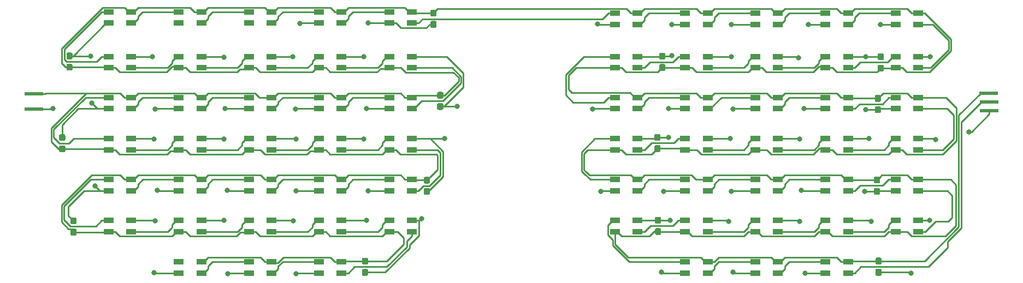
<source format=gbr>
G04 #@! TF.GenerationSoftware,KiCad,Pcbnew,(5.0.1)-3*
G04 #@! TF.CreationDate,2019-10-20T14:25:59+10:30*
G04 #@! TF.ProjectId,LED Glasses v2,4C454420476C61737365732076322E6B,rev?*
G04 #@! TF.SameCoordinates,Original*
G04 #@! TF.FileFunction,Copper,L1,Top,Signal*
G04 #@! TF.FilePolarity,Positive*
%FSLAX46Y46*%
G04 Gerber Fmt 4.6, Leading zero omitted, Abs format (unit mm)*
G04 Created by KiCad (PCBNEW (5.0.1)-3) date 20/10/2019 2:25:59 PM*
%MOMM*%
%LPD*%
G01*
G04 APERTURE LIST*
G04 #@! TA.AperFunction,SMDPad,CuDef*
%ADD10R,1.600000X0.850000*%
G04 #@! TD*
G04 #@! TA.AperFunction,SMDPad,CuDef*
%ADD11R,3.000000X0.600000*%
G04 #@! TD*
G04 #@! TA.AperFunction,Conductor*
%ADD12C,0.100000*%
G04 #@! TD*
G04 #@! TA.AperFunction,SMDPad,CuDef*
%ADD13C,0.950000*%
G04 #@! TD*
G04 #@! TA.AperFunction,ViaPad*
%ADD14C,0.800000*%
G04 #@! TD*
G04 #@! TA.AperFunction,Conductor*
%ADD15C,0.250000*%
G04 #@! TD*
G04 APERTURE END LIST*
D10*
G04 #@! TO.P,D53,1*
G04 #@! TO.N,Net-(D47-Pad3)*
X200500000Y-101225000D03*
G04 #@! TO.P,D53,2*
G04 #@! TO.N,Net-(C1-Pad2)*
X200500000Y-102975000D03*
G04 #@! TO.P,D53,4*
G04 #@! TO.N,Net-(C1-Pad1)*
X204000000Y-101225000D03*
G04 #@! TO.P,D53,3*
G04 #@! TO.N,Net-(D53-Pad3)*
X204000000Y-102975000D03*
G04 #@! TD*
D11*
G04 #@! TO.P,J4,1*
G04 #@! TO.N,Net-(C1-Pad2)*
X236715300Y-103276400D03*
G04 #@! TD*
G04 #@! TO.P,J5,1*
G04 #@! TO.N,Net-(C1-Pad1)*
X236651800Y-100571300D03*
G04 #@! TD*
G04 #@! TO.P,J2,1*
G04 #@! TO.N,Net-(C1-Pad1)*
X88696800Y-100660200D03*
G04 #@! TD*
G04 #@! TO.P,J3,1*
G04 #@! TO.N,Net-(C1-Pad2)*
X88696800Y-103009700D03*
G04 #@! TD*
G04 #@! TO.P,J1,1*
G04 #@! TO.N,Net-(D63-Pad3)*
X236730209Y-101917570D03*
G04 #@! TD*
D10*
G04 #@! TO.P,D51,3*
G04 #@! TO.N,Net-(D51-Pad3)*
X193125000Y-128475000D03*
G04 #@! TO.P,D51,4*
G04 #@! TO.N,Net-(C1-Pad1)*
X193125000Y-126725000D03*
G04 #@! TO.P,D51,2*
G04 #@! TO.N,Net-(C1-Pad2)*
X189625000Y-128475000D03*
G04 #@! TO.P,D51,1*
G04 #@! TO.N,Net-(D45-Pad3)*
X189625000Y-126725000D03*
G04 #@! TD*
D12*
G04 #@! TO.N,Net-(C1-Pad1)*
G04 #@! TO.C,C1*
G36*
X94443979Y-96007544D02*
X94467034Y-96010963D01*
X94489643Y-96016627D01*
X94511587Y-96024479D01*
X94532657Y-96034444D01*
X94552648Y-96046426D01*
X94571368Y-96060310D01*
X94588638Y-96075962D01*
X94604290Y-96093232D01*
X94618174Y-96111952D01*
X94630156Y-96131943D01*
X94640121Y-96153013D01*
X94647973Y-96174957D01*
X94653637Y-96197566D01*
X94657056Y-96220621D01*
X94658200Y-96243900D01*
X94658200Y-96818900D01*
X94657056Y-96842179D01*
X94653637Y-96865234D01*
X94647973Y-96887843D01*
X94640121Y-96909787D01*
X94630156Y-96930857D01*
X94618174Y-96950848D01*
X94604290Y-96969568D01*
X94588638Y-96986838D01*
X94571368Y-97002490D01*
X94552648Y-97016374D01*
X94532657Y-97028356D01*
X94511587Y-97038321D01*
X94489643Y-97046173D01*
X94467034Y-97051837D01*
X94443979Y-97055256D01*
X94420700Y-97056400D01*
X93945700Y-97056400D01*
X93922421Y-97055256D01*
X93899366Y-97051837D01*
X93876757Y-97046173D01*
X93854813Y-97038321D01*
X93833743Y-97028356D01*
X93813752Y-97016374D01*
X93795032Y-97002490D01*
X93777762Y-96986838D01*
X93762110Y-96969568D01*
X93748226Y-96950848D01*
X93736244Y-96930857D01*
X93726279Y-96909787D01*
X93718427Y-96887843D01*
X93712763Y-96865234D01*
X93709344Y-96842179D01*
X93708200Y-96818900D01*
X93708200Y-96243900D01*
X93709344Y-96220621D01*
X93712763Y-96197566D01*
X93718427Y-96174957D01*
X93726279Y-96153013D01*
X93736244Y-96131943D01*
X93748226Y-96111952D01*
X93762110Y-96093232D01*
X93777762Y-96075962D01*
X93795032Y-96060310D01*
X93813752Y-96046426D01*
X93833743Y-96034444D01*
X93854813Y-96024479D01*
X93876757Y-96016627D01*
X93899366Y-96010963D01*
X93922421Y-96007544D01*
X93945700Y-96006400D01*
X94420700Y-96006400D01*
X94443979Y-96007544D01*
X94443979Y-96007544D01*
G37*
D13*
G04 #@! TD*
G04 #@! TO.P,C1,1*
G04 #@! TO.N,Net-(C1-Pad1)*
X94183200Y-96531400D03*
D12*
G04 #@! TO.N,Net-(C1-Pad2)*
G04 #@! TO.C,C1*
G36*
X94443979Y-94257544D02*
X94467034Y-94260963D01*
X94489643Y-94266627D01*
X94511587Y-94274479D01*
X94532657Y-94284444D01*
X94552648Y-94296426D01*
X94571368Y-94310310D01*
X94588638Y-94325962D01*
X94604290Y-94343232D01*
X94618174Y-94361952D01*
X94630156Y-94381943D01*
X94640121Y-94403013D01*
X94647973Y-94424957D01*
X94653637Y-94447566D01*
X94657056Y-94470621D01*
X94658200Y-94493900D01*
X94658200Y-95068900D01*
X94657056Y-95092179D01*
X94653637Y-95115234D01*
X94647973Y-95137843D01*
X94640121Y-95159787D01*
X94630156Y-95180857D01*
X94618174Y-95200848D01*
X94604290Y-95219568D01*
X94588638Y-95236838D01*
X94571368Y-95252490D01*
X94552648Y-95266374D01*
X94532657Y-95278356D01*
X94511587Y-95288321D01*
X94489643Y-95296173D01*
X94467034Y-95301837D01*
X94443979Y-95305256D01*
X94420700Y-95306400D01*
X93945700Y-95306400D01*
X93922421Y-95305256D01*
X93899366Y-95301837D01*
X93876757Y-95296173D01*
X93854813Y-95288321D01*
X93833743Y-95278356D01*
X93813752Y-95266374D01*
X93795032Y-95252490D01*
X93777762Y-95236838D01*
X93762110Y-95219568D01*
X93748226Y-95200848D01*
X93736244Y-95180857D01*
X93726279Y-95159787D01*
X93718427Y-95137843D01*
X93712763Y-95115234D01*
X93709344Y-95092179D01*
X93708200Y-95068900D01*
X93708200Y-94493900D01*
X93709344Y-94470621D01*
X93712763Y-94447566D01*
X93718427Y-94424957D01*
X93726279Y-94403013D01*
X93736244Y-94381943D01*
X93748226Y-94361952D01*
X93762110Y-94343232D01*
X93777762Y-94325962D01*
X93795032Y-94310310D01*
X93813752Y-94296426D01*
X93833743Y-94284444D01*
X93854813Y-94274479D01*
X93876757Y-94266627D01*
X93899366Y-94260963D01*
X93922421Y-94257544D01*
X93945700Y-94256400D01*
X94420700Y-94256400D01*
X94443979Y-94257544D01*
X94443979Y-94257544D01*
G37*
D13*
G04 #@! TD*
G04 #@! TO.P,C1,2*
G04 #@! TO.N,Net-(C1-Pad2)*
X94183200Y-94781400D03*
D12*
G04 #@! TO.N,Net-(C1-Pad2)*
G04 #@! TO.C,C14*
G36*
X220212079Y-94384544D02*
X220235134Y-94387963D01*
X220257743Y-94393627D01*
X220279687Y-94401479D01*
X220300757Y-94411444D01*
X220320748Y-94423426D01*
X220339468Y-94437310D01*
X220356738Y-94452962D01*
X220372390Y-94470232D01*
X220386274Y-94488952D01*
X220398256Y-94508943D01*
X220408221Y-94530013D01*
X220416073Y-94551957D01*
X220421737Y-94574566D01*
X220425156Y-94597621D01*
X220426300Y-94620900D01*
X220426300Y-95195900D01*
X220425156Y-95219179D01*
X220421737Y-95242234D01*
X220416073Y-95264843D01*
X220408221Y-95286787D01*
X220398256Y-95307857D01*
X220386274Y-95327848D01*
X220372390Y-95346568D01*
X220356738Y-95363838D01*
X220339468Y-95379490D01*
X220320748Y-95393374D01*
X220300757Y-95405356D01*
X220279687Y-95415321D01*
X220257743Y-95423173D01*
X220235134Y-95428837D01*
X220212079Y-95432256D01*
X220188800Y-95433400D01*
X219713800Y-95433400D01*
X219690521Y-95432256D01*
X219667466Y-95428837D01*
X219644857Y-95423173D01*
X219622913Y-95415321D01*
X219601843Y-95405356D01*
X219581852Y-95393374D01*
X219563132Y-95379490D01*
X219545862Y-95363838D01*
X219530210Y-95346568D01*
X219516326Y-95327848D01*
X219504344Y-95307857D01*
X219494379Y-95286787D01*
X219486527Y-95264843D01*
X219480863Y-95242234D01*
X219477444Y-95219179D01*
X219476300Y-95195900D01*
X219476300Y-94620900D01*
X219477444Y-94597621D01*
X219480863Y-94574566D01*
X219486527Y-94551957D01*
X219494379Y-94530013D01*
X219504344Y-94508943D01*
X219516326Y-94488952D01*
X219530210Y-94470232D01*
X219545862Y-94452962D01*
X219563132Y-94437310D01*
X219581852Y-94423426D01*
X219601843Y-94411444D01*
X219622913Y-94401479D01*
X219644857Y-94393627D01*
X219667466Y-94387963D01*
X219690521Y-94384544D01*
X219713800Y-94383400D01*
X220188800Y-94383400D01*
X220212079Y-94384544D01*
X220212079Y-94384544D01*
G37*
D13*
G04 #@! TD*
G04 #@! TO.P,C14,2*
G04 #@! TO.N,Net-(C1-Pad2)*
X219951300Y-94908400D03*
D12*
G04 #@! TO.N,Net-(C1-Pad1)*
G04 #@! TO.C,C14*
G36*
X220212079Y-96134544D02*
X220235134Y-96137963D01*
X220257743Y-96143627D01*
X220279687Y-96151479D01*
X220300757Y-96161444D01*
X220320748Y-96173426D01*
X220339468Y-96187310D01*
X220356738Y-96202962D01*
X220372390Y-96220232D01*
X220386274Y-96238952D01*
X220398256Y-96258943D01*
X220408221Y-96280013D01*
X220416073Y-96301957D01*
X220421737Y-96324566D01*
X220425156Y-96347621D01*
X220426300Y-96370900D01*
X220426300Y-96945900D01*
X220425156Y-96969179D01*
X220421737Y-96992234D01*
X220416073Y-97014843D01*
X220408221Y-97036787D01*
X220398256Y-97057857D01*
X220386274Y-97077848D01*
X220372390Y-97096568D01*
X220356738Y-97113838D01*
X220339468Y-97129490D01*
X220320748Y-97143374D01*
X220300757Y-97155356D01*
X220279687Y-97165321D01*
X220257743Y-97173173D01*
X220235134Y-97178837D01*
X220212079Y-97182256D01*
X220188800Y-97183400D01*
X219713800Y-97183400D01*
X219690521Y-97182256D01*
X219667466Y-97178837D01*
X219644857Y-97173173D01*
X219622913Y-97165321D01*
X219601843Y-97155356D01*
X219581852Y-97143374D01*
X219563132Y-97129490D01*
X219545862Y-97113838D01*
X219530210Y-97096568D01*
X219516326Y-97077848D01*
X219504344Y-97057857D01*
X219494379Y-97036787D01*
X219486527Y-97014843D01*
X219480863Y-96992234D01*
X219477444Y-96969179D01*
X219476300Y-96945900D01*
X219476300Y-96370900D01*
X219477444Y-96347621D01*
X219480863Y-96324566D01*
X219486527Y-96301957D01*
X219494379Y-96280013D01*
X219504344Y-96258943D01*
X219516326Y-96238952D01*
X219530210Y-96220232D01*
X219545862Y-96202962D01*
X219563132Y-96187310D01*
X219581852Y-96173426D01*
X219601843Y-96161444D01*
X219622913Y-96151479D01*
X219644857Y-96143627D01*
X219667466Y-96137963D01*
X219690521Y-96134544D01*
X219713800Y-96133400D01*
X220188800Y-96133400D01*
X220212079Y-96134544D01*
X220212079Y-96134544D01*
G37*
D13*
G04 #@! TD*
G04 #@! TO.P,C14,1*
G04 #@! TO.N,Net-(C1-Pad1)*
X219951300Y-96658400D03*
D12*
G04 #@! TO.N,Net-(C1-Pad2)*
G04 #@! TO.C,C13*
G36*
X151924179Y-102104844D02*
X151947234Y-102108263D01*
X151969843Y-102113927D01*
X151991787Y-102121779D01*
X152012857Y-102131744D01*
X152032848Y-102143726D01*
X152051568Y-102157610D01*
X152068838Y-102173262D01*
X152084490Y-102190532D01*
X152098374Y-102209252D01*
X152110356Y-102229243D01*
X152120321Y-102250313D01*
X152128173Y-102272257D01*
X152133837Y-102294866D01*
X152137256Y-102317921D01*
X152138400Y-102341200D01*
X152138400Y-102916200D01*
X152137256Y-102939479D01*
X152133837Y-102962534D01*
X152128173Y-102985143D01*
X152120321Y-103007087D01*
X152110356Y-103028157D01*
X152098374Y-103048148D01*
X152084490Y-103066868D01*
X152068838Y-103084138D01*
X152051568Y-103099790D01*
X152032848Y-103113674D01*
X152012857Y-103125656D01*
X151991787Y-103135621D01*
X151969843Y-103143473D01*
X151947234Y-103149137D01*
X151924179Y-103152556D01*
X151900900Y-103153700D01*
X151425900Y-103153700D01*
X151402621Y-103152556D01*
X151379566Y-103149137D01*
X151356957Y-103143473D01*
X151335013Y-103135621D01*
X151313943Y-103125656D01*
X151293952Y-103113674D01*
X151275232Y-103099790D01*
X151257962Y-103084138D01*
X151242310Y-103066868D01*
X151228426Y-103048148D01*
X151216444Y-103028157D01*
X151206479Y-103007087D01*
X151198627Y-102985143D01*
X151192963Y-102962534D01*
X151189544Y-102939479D01*
X151188400Y-102916200D01*
X151188400Y-102341200D01*
X151189544Y-102317921D01*
X151192963Y-102294866D01*
X151198627Y-102272257D01*
X151206479Y-102250313D01*
X151216444Y-102229243D01*
X151228426Y-102209252D01*
X151242310Y-102190532D01*
X151257962Y-102173262D01*
X151275232Y-102157610D01*
X151293952Y-102143726D01*
X151313943Y-102131744D01*
X151335013Y-102121779D01*
X151356957Y-102113927D01*
X151379566Y-102108263D01*
X151402621Y-102104844D01*
X151425900Y-102103700D01*
X151900900Y-102103700D01*
X151924179Y-102104844D01*
X151924179Y-102104844D01*
G37*
D13*
G04 #@! TD*
G04 #@! TO.P,C13,2*
G04 #@! TO.N,Net-(C1-Pad2)*
X151663400Y-102628700D03*
D12*
G04 #@! TO.N,Net-(C1-Pad1)*
G04 #@! TO.C,C13*
G36*
X151924179Y-100354844D02*
X151947234Y-100358263D01*
X151969843Y-100363927D01*
X151991787Y-100371779D01*
X152012857Y-100381744D01*
X152032848Y-100393726D01*
X152051568Y-100407610D01*
X152068838Y-100423262D01*
X152084490Y-100440532D01*
X152098374Y-100459252D01*
X152110356Y-100479243D01*
X152120321Y-100500313D01*
X152128173Y-100522257D01*
X152133837Y-100544866D01*
X152137256Y-100567921D01*
X152138400Y-100591200D01*
X152138400Y-101166200D01*
X152137256Y-101189479D01*
X152133837Y-101212534D01*
X152128173Y-101235143D01*
X152120321Y-101257087D01*
X152110356Y-101278157D01*
X152098374Y-101298148D01*
X152084490Y-101316868D01*
X152068838Y-101334138D01*
X152051568Y-101349790D01*
X152032848Y-101363674D01*
X152012857Y-101375656D01*
X151991787Y-101385621D01*
X151969843Y-101393473D01*
X151947234Y-101399137D01*
X151924179Y-101402556D01*
X151900900Y-101403700D01*
X151425900Y-101403700D01*
X151402621Y-101402556D01*
X151379566Y-101399137D01*
X151356957Y-101393473D01*
X151335013Y-101385621D01*
X151313943Y-101375656D01*
X151293952Y-101363674D01*
X151275232Y-101349790D01*
X151257962Y-101334138D01*
X151242310Y-101316868D01*
X151228426Y-101298148D01*
X151216444Y-101278157D01*
X151206479Y-101257087D01*
X151198627Y-101235143D01*
X151192963Y-101212534D01*
X151189544Y-101189479D01*
X151188400Y-101166200D01*
X151188400Y-100591200D01*
X151189544Y-100567921D01*
X151192963Y-100544866D01*
X151198627Y-100522257D01*
X151206479Y-100500313D01*
X151216444Y-100479243D01*
X151228426Y-100459252D01*
X151242310Y-100440532D01*
X151257962Y-100423262D01*
X151275232Y-100407610D01*
X151293952Y-100393726D01*
X151313943Y-100381744D01*
X151335013Y-100371779D01*
X151356957Y-100363927D01*
X151379566Y-100358263D01*
X151402621Y-100354844D01*
X151425900Y-100353700D01*
X151900900Y-100353700D01*
X151924179Y-100354844D01*
X151924179Y-100354844D01*
G37*
D13*
G04 #@! TD*
G04 #@! TO.P,C13,1*
G04 #@! TO.N,Net-(C1-Pad1)*
X151663400Y-100878700D03*
D12*
G04 #@! TO.N,Net-(C1-Pad1)*
G04 #@! TO.C,C12*
G36*
X150870079Y-87590044D02*
X150893134Y-87593463D01*
X150915743Y-87599127D01*
X150937687Y-87606979D01*
X150958757Y-87616944D01*
X150978748Y-87628926D01*
X150997468Y-87642810D01*
X151014738Y-87658462D01*
X151030390Y-87675732D01*
X151044274Y-87694452D01*
X151056256Y-87714443D01*
X151066221Y-87735513D01*
X151074073Y-87757457D01*
X151079737Y-87780066D01*
X151083156Y-87803121D01*
X151084300Y-87826400D01*
X151084300Y-88401400D01*
X151083156Y-88424679D01*
X151079737Y-88447734D01*
X151074073Y-88470343D01*
X151066221Y-88492287D01*
X151056256Y-88513357D01*
X151044274Y-88533348D01*
X151030390Y-88552068D01*
X151014738Y-88569338D01*
X150997468Y-88584990D01*
X150978748Y-88598874D01*
X150958757Y-88610856D01*
X150937687Y-88620821D01*
X150915743Y-88628673D01*
X150893134Y-88634337D01*
X150870079Y-88637756D01*
X150846800Y-88638900D01*
X150371800Y-88638900D01*
X150348521Y-88637756D01*
X150325466Y-88634337D01*
X150302857Y-88628673D01*
X150280913Y-88620821D01*
X150259843Y-88610856D01*
X150239852Y-88598874D01*
X150221132Y-88584990D01*
X150203862Y-88569338D01*
X150188210Y-88552068D01*
X150174326Y-88533348D01*
X150162344Y-88513357D01*
X150152379Y-88492287D01*
X150144527Y-88470343D01*
X150138863Y-88447734D01*
X150135444Y-88424679D01*
X150134300Y-88401400D01*
X150134300Y-87826400D01*
X150135444Y-87803121D01*
X150138863Y-87780066D01*
X150144527Y-87757457D01*
X150152379Y-87735513D01*
X150162344Y-87714443D01*
X150174326Y-87694452D01*
X150188210Y-87675732D01*
X150203862Y-87658462D01*
X150221132Y-87642810D01*
X150239852Y-87628926D01*
X150259843Y-87616944D01*
X150280913Y-87606979D01*
X150302857Y-87599127D01*
X150325466Y-87593463D01*
X150348521Y-87590044D01*
X150371800Y-87588900D01*
X150846800Y-87588900D01*
X150870079Y-87590044D01*
X150870079Y-87590044D01*
G37*
D13*
G04 #@! TD*
G04 #@! TO.P,C12,1*
G04 #@! TO.N,Net-(C1-Pad1)*
X150609300Y-88113900D03*
D12*
G04 #@! TO.N,Net-(C1-Pad2)*
G04 #@! TO.C,C12*
G36*
X150870079Y-89340044D02*
X150893134Y-89343463D01*
X150915743Y-89349127D01*
X150937687Y-89356979D01*
X150958757Y-89366944D01*
X150978748Y-89378926D01*
X150997468Y-89392810D01*
X151014738Y-89408462D01*
X151030390Y-89425732D01*
X151044274Y-89444452D01*
X151056256Y-89464443D01*
X151066221Y-89485513D01*
X151074073Y-89507457D01*
X151079737Y-89530066D01*
X151083156Y-89553121D01*
X151084300Y-89576400D01*
X151084300Y-90151400D01*
X151083156Y-90174679D01*
X151079737Y-90197734D01*
X151074073Y-90220343D01*
X151066221Y-90242287D01*
X151056256Y-90263357D01*
X151044274Y-90283348D01*
X151030390Y-90302068D01*
X151014738Y-90319338D01*
X150997468Y-90334990D01*
X150978748Y-90348874D01*
X150958757Y-90360856D01*
X150937687Y-90370821D01*
X150915743Y-90378673D01*
X150893134Y-90384337D01*
X150870079Y-90387756D01*
X150846800Y-90388900D01*
X150371800Y-90388900D01*
X150348521Y-90387756D01*
X150325466Y-90384337D01*
X150302857Y-90378673D01*
X150280913Y-90370821D01*
X150259843Y-90360856D01*
X150239852Y-90348874D01*
X150221132Y-90334990D01*
X150203862Y-90319338D01*
X150188210Y-90302068D01*
X150174326Y-90283348D01*
X150162344Y-90263357D01*
X150152379Y-90242287D01*
X150144527Y-90220343D01*
X150138863Y-90197734D01*
X150135444Y-90174679D01*
X150134300Y-90151400D01*
X150134300Y-89576400D01*
X150135444Y-89553121D01*
X150138863Y-89530066D01*
X150144527Y-89507457D01*
X150152379Y-89485513D01*
X150162344Y-89464443D01*
X150174326Y-89444452D01*
X150188210Y-89425732D01*
X150203862Y-89408462D01*
X150221132Y-89392810D01*
X150239852Y-89378926D01*
X150259843Y-89366944D01*
X150280913Y-89356979D01*
X150302857Y-89349127D01*
X150325466Y-89343463D01*
X150348521Y-89340044D01*
X150371800Y-89338900D01*
X150846800Y-89338900D01*
X150870079Y-89340044D01*
X150870079Y-89340044D01*
G37*
D13*
G04 #@! TD*
G04 #@! TO.P,C12,2*
G04 #@! TO.N,Net-(C1-Pad2)*
X150609300Y-89863900D03*
D12*
G04 #@! TO.N,Net-(C1-Pad1)*
G04 #@! TO.C,C11*
G36*
X219627879Y-113523444D02*
X219650934Y-113526863D01*
X219673543Y-113532527D01*
X219695487Y-113540379D01*
X219716557Y-113550344D01*
X219736548Y-113562326D01*
X219755268Y-113576210D01*
X219772538Y-113591862D01*
X219788190Y-113609132D01*
X219802074Y-113627852D01*
X219814056Y-113647843D01*
X219824021Y-113668913D01*
X219831873Y-113690857D01*
X219837537Y-113713466D01*
X219840956Y-113736521D01*
X219842100Y-113759800D01*
X219842100Y-114334800D01*
X219840956Y-114358079D01*
X219837537Y-114381134D01*
X219831873Y-114403743D01*
X219824021Y-114425687D01*
X219814056Y-114446757D01*
X219802074Y-114466748D01*
X219788190Y-114485468D01*
X219772538Y-114502738D01*
X219755268Y-114518390D01*
X219736548Y-114532274D01*
X219716557Y-114544256D01*
X219695487Y-114554221D01*
X219673543Y-114562073D01*
X219650934Y-114567737D01*
X219627879Y-114571156D01*
X219604600Y-114572300D01*
X219129600Y-114572300D01*
X219106321Y-114571156D01*
X219083266Y-114567737D01*
X219060657Y-114562073D01*
X219038713Y-114554221D01*
X219017643Y-114544256D01*
X218997652Y-114532274D01*
X218978932Y-114518390D01*
X218961662Y-114502738D01*
X218946010Y-114485468D01*
X218932126Y-114466748D01*
X218920144Y-114446757D01*
X218910179Y-114425687D01*
X218902327Y-114403743D01*
X218896663Y-114381134D01*
X218893244Y-114358079D01*
X218892100Y-114334800D01*
X218892100Y-113759800D01*
X218893244Y-113736521D01*
X218896663Y-113713466D01*
X218902327Y-113690857D01*
X218910179Y-113668913D01*
X218920144Y-113647843D01*
X218932126Y-113627852D01*
X218946010Y-113609132D01*
X218961662Y-113591862D01*
X218978932Y-113576210D01*
X218997652Y-113562326D01*
X219017643Y-113550344D01*
X219038713Y-113540379D01*
X219060657Y-113532527D01*
X219083266Y-113526863D01*
X219106321Y-113523444D01*
X219129600Y-113522300D01*
X219604600Y-113522300D01*
X219627879Y-113523444D01*
X219627879Y-113523444D01*
G37*
D13*
G04 #@! TD*
G04 #@! TO.P,C11,1*
G04 #@! TO.N,Net-(C1-Pad1)*
X219367100Y-114047300D03*
D12*
G04 #@! TO.N,Net-(C1-Pad2)*
G04 #@! TO.C,C11*
G36*
X219627879Y-115273444D02*
X219650934Y-115276863D01*
X219673543Y-115282527D01*
X219695487Y-115290379D01*
X219716557Y-115300344D01*
X219736548Y-115312326D01*
X219755268Y-115326210D01*
X219772538Y-115341862D01*
X219788190Y-115359132D01*
X219802074Y-115377852D01*
X219814056Y-115397843D01*
X219824021Y-115418913D01*
X219831873Y-115440857D01*
X219837537Y-115463466D01*
X219840956Y-115486521D01*
X219842100Y-115509800D01*
X219842100Y-116084800D01*
X219840956Y-116108079D01*
X219837537Y-116131134D01*
X219831873Y-116153743D01*
X219824021Y-116175687D01*
X219814056Y-116196757D01*
X219802074Y-116216748D01*
X219788190Y-116235468D01*
X219772538Y-116252738D01*
X219755268Y-116268390D01*
X219736548Y-116282274D01*
X219716557Y-116294256D01*
X219695487Y-116304221D01*
X219673543Y-116312073D01*
X219650934Y-116317737D01*
X219627879Y-116321156D01*
X219604600Y-116322300D01*
X219129600Y-116322300D01*
X219106321Y-116321156D01*
X219083266Y-116317737D01*
X219060657Y-116312073D01*
X219038713Y-116304221D01*
X219017643Y-116294256D01*
X218997652Y-116282274D01*
X218978932Y-116268390D01*
X218961662Y-116252738D01*
X218946010Y-116235468D01*
X218932126Y-116216748D01*
X218920144Y-116196757D01*
X218910179Y-116175687D01*
X218902327Y-116153743D01*
X218896663Y-116131134D01*
X218893244Y-116108079D01*
X218892100Y-116084800D01*
X218892100Y-115509800D01*
X218893244Y-115486521D01*
X218896663Y-115463466D01*
X218902327Y-115440857D01*
X218910179Y-115418913D01*
X218920144Y-115397843D01*
X218932126Y-115377852D01*
X218946010Y-115359132D01*
X218961662Y-115341862D01*
X218978932Y-115326210D01*
X218997652Y-115312326D01*
X219017643Y-115300344D01*
X219038713Y-115290379D01*
X219060657Y-115282527D01*
X219083266Y-115276863D01*
X219106321Y-115273444D01*
X219129600Y-115272300D01*
X219604600Y-115272300D01*
X219627879Y-115273444D01*
X219627879Y-115273444D01*
G37*
D13*
G04 #@! TD*
G04 #@! TO.P,C11,2*
G04 #@! TO.N,Net-(C1-Pad2)*
X219367100Y-115797300D03*
D12*
G04 #@! TO.N,Net-(C1-Pad2)*
G04 #@! TO.C,C10*
G36*
X219754879Y-102598844D02*
X219777934Y-102602263D01*
X219800543Y-102607927D01*
X219822487Y-102615779D01*
X219843557Y-102625744D01*
X219863548Y-102637726D01*
X219882268Y-102651610D01*
X219899538Y-102667262D01*
X219915190Y-102684532D01*
X219929074Y-102703252D01*
X219941056Y-102723243D01*
X219951021Y-102744313D01*
X219958873Y-102766257D01*
X219964537Y-102788866D01*
X219967956Y-102811921D01*
X219969100Y-102835200D01*
X219969100Y-103410200D01*
X219967956Y-103433479D01*
X219964537Y-103456534D01*
X219958873Y-103479143D01*
X219951021Y-103501087D01*
X219941056Y-103522157D01*
X219929074Y-103542148D01*
X219915190Y-103560868D01*
X219899538Y-103578138D01*
X219882268Y-103593790D01*
X219863548Y-103607674D01*
X219843557Y-103619656D01*
X219822487Y-103629621D01*
X219800543Y-103637473D01*
X219777934Y-103643137D01*
X219754879Y-103646556D01*
X219731600Y-103647700D01*
X219256600Y-103647700D01*
X219233321Y-103646556D01*
X219210266Y-103643137D01*
X219187657Y-103637473D01*
X219165713Y-103629621D01*
X219144643Y-103619656D01*
X219124652Y-103607674D01*
X219105932Y-103593790D01*
X219088662Y-103578138D01*
X219073010Y-103560868D01*
X219059126Y-103542148D01*
X219047144Y-103522157D01*
X219037179Y-103501087D01*
X219029327Y-103479143D01*
X219023663Y-103456534D01*
X219020244Y-103433479D01*
X219019100Y-103410200D01*
X219019100Y-102835200D01*
X219020244Y-102811921D01*
X219023663Y-102788866D01*
X219029327Y-102766257D01*
X219037179Y-102744313D01*
X219047144Y-102723243D01*
X219059126Y-102703252D01*
X219073010Y-102684532D01*
X219088662Y-102667262D01*
X219105932Y-102651610D01*
X219124652Y-102637726D01*
X219144643Y-102625744D01*
X219165713Y-102615779D01*
X219187657Y-102607927D01*
X219210266Y-102602263D01*
X219233321Y-102598844D01*
X219256600Y-102597700D01*
X219731600Y-102597700D01*
X219754879Y-102598844D01*
X219754879Y-102598844D01*
G37*
D13*
G04 #@! TD*
G04 #@! TO.P,C10,2*
G04 #@! TO.N,Net-(C1-Pad2)*
X219494100Y-103122700D03*
D12*
G04 #@! TO.N,Net-(C1-Pad1)*
G04 #@! TO.C,C10*
G36*
X219754879Y-100848844D02*
X219777934Y-100852263D01*
X219800543Y-100857927D01*
X219822487Y-100865779D01*
X219843557Y-100875744D01*
X219863548Y-100887726D01*
X219882268Y-100901610D01*
X219899538Y-100917262D01*
X219915190Y-100934532D01*
X219929074Y-100953252D01*
X219941056Y-100973243D01*
X219951021Y-100994313D01*
X219958873Y-101016257D01*
X219964537Y-101038866D01*
X219967956Y-101061921D01*
X219969100Y-101085200D01*
X219969100Y-101660200D01*
X219967956Y-101683479D01*
X219964537Y-101706534D01*
X219958873Y-101729143D01*
X219951021Y-101751087D01*
X219941056Y-101772157D01*
X219929074Y-101792148D01*
X219915190Y-101810868D01*
X219899538Y-101828138D01*
X219882268Y-101843790D01*
X219863548Y-101857674D01*
X219843557Y-101869656D01*
X219822487Y-101879621D01*
X219800543Y-101887473D01*
X219777934Y-101893137D01*
X219754879Y-101896556D01*
X219731600Y-101897700D01*
X219256600Y-101897700D01*
X219233321Y-101896556D01*
X219210266Y-101893137D01*
X219187657Y-101887473D01*
X219165713Y-101879621D01*
X219144643Y-101869656D01*
X219124652Y-101857674D01*
X219105932Y-101843790D01*
X219088662Y-101828138D01*
X219073010Y-101810868D01*
X219059126Y-101792148D01*
X219047144Y-101772157D01*
X219037179Y-101751087D01*
X219029327Y-101729143D01*
X219023663Y-101706534D01*
X219020244Y-101683479D01*
X219019100Y-101660200D01*
X219019100Y-101085200D01*
X219020244Y-101061921D01*
X219023663Y-101038866D01*
X219029327Y-101016257D01*
X219037179Y-100994313D01*
X219047144Y-100973243D01*
X219059126Y-100953252D01*
X219073010Y-100934532D01*
X219088662Y-100917262D01*
X219105932Y-100901610D01*
X219124652Y-100887726D01*
X219144643Y-100875744D01*
X219165713Y-100865779D01*
X219187657Y-100857927D01*
X219210266Y-100852263D01*
X219233321Y-100848844D01*
X219256600Y-100847700D01*
X219731600Y-100847700D01*
X219754879Y-100848844D01*
X219754879Y-100848844D01*
G37*
D13*
G04 #@! TD*
G04 #@! TO.P,C10,1*
G04 #@! TO.N,Net-(C1-Pad1)*
X219494100Y-101372700D03*
D12*
G04 #@! TO.N,Net-(C1-Pad1)*
G04 #@! TO.C,C8*
G36*
X185680779Y-121509144D02*
X185703834Y-121512563D01*
X185726443Y-121518227D01*
X185748387Y-121526079D01*
X185769457Y-121536044D01*
X185789448Y-121548026D01*
X185808168Y-121561910D01*
X185825438Y-121577562D01*
X185841090Y-121594832D01*
X185854974Y-121613552D01*
X185866956Y-121633543D01*
X185876921Y-121654613D01*
X185884773Y-121676557D01*
X185890437Y-121699166D01*
X185893856Y-121722221D01*
X185895000Y-121745500D01*
X185895000Y-122320500D01*
X185893856Y-122343779D01*
X185890437Y-122366834D01*
X185884773Y-122389443D01*
X185876921Y-122411387D01*
X185866956Y-122432457D01*
X185854974Y-122452448D01*
X185841090Y-122471168D01*
X185825438Y-122488438D01*
X185808168Y-122504090D01*
X185789448Y-122517974D01*
X185769457Y-122529956D01*
X185748387Y-122539921D01*
X185726443Y-122547773D01*
X185703834Y-122553437D01*
X185680779Y-122556856D01*
X185657500Y-122558000D01*
X185182500Y-122558000D01*
X185159221Y-122556856D01*
X185136166Y-122553437D01*
X185113557Y-122547773D01*
X185091613Y-122539921D01*
X185070543Y-122529956D01*
X185050552Y-122517974D01*
X185031832Y-122504090D01*
X185014562Y-122488438D01*
X184998910Y-122471168D01*
X184985026Y-122452448D01*
X184973044Y-122432457D01*
X184963079Y-122411387D01*
X184955227Y-122389443D01*
X184949563Y-122366834D01*
X184946144Y-122343779D01*
X184945000Y-122320500D01*
X184945000Y-121745500D01*
X184946144Y-121722221D01*
X184949563Y-121699166D01*
X184955227Y-121676557D01*
X184963079Y-121654613D01*
X184973044Y-121633543D01*
X184985026Y-121613552D01*
X184998910Y-121594832D01*
X185014562Y-121577562D01*
X185031832Y-121561910D01*
X185050552Y-121548026D01*
X185070543Y-121536044D01*
X185091613Y-121526079D01*
X185113557Y-121518227D01*
X185136166Y-121512563D01*
X185159221Y-121509144D01*
X185182500Y-121508000D01*
X185657500Y-121508000D01*
X185680779Y-121509144D01*
X185680779Y-121509144D01*
G37*
D13*
G04 #@! TD*
G04 #@! TO.P,C8,1*
G04 #@! TO.N,Net-(C1-Pad1)*
X185420000Y-122033000D03*
D12*
G04 #@! TO.N,Net-(C1-Pad2)*
G04 #@! TO.C,C8*
G36*
X185680779Y-119759144D02*
X185703834Y-119762563D01*
X185726443Y-119768227D01*
X185748387Y-119776079D01*
X185769457Y-119786044D01*
X185789448Y-119798026D01*
X185808168Y-119811910D01*
X185825438Y-119827562D01*
X185841090Y-119844832D01*
X185854974Y-119863552D01*
X185866956Y-119883543D01*
X185876921Y-119904613D01*
X185884773Y-119926557D01*
X185890437Y-119949166D01*
X185893856Y-119972221D01*
X185895000Y-119995500D01*
X185895000Y-120570500D01*
X185893856Y-120593779D01*
X185890437Y-120616834D01*
X185884773Y-120639443D01*
X185876921Y-120661387D01*
X185866956Y-120682457D01*
X185854974Y-120702448D01*
X185841090Y-120721168D01*
X185825438Y-120738438D01*
X185808168Y-120754090D01*
X185789448Y-120767974D01*
X185769457Y-120779956D01*
X185748387Y-120789921D01*
X185726443Y-120797773D01*
X185703834Y-120803437D01*
X185680779Y-120806856D01*
X185657500Y-120808000D01*
X185182500Y-120808000D01*
X185159221Y-120806856D01*
X185136166Y-120803437D01*
X185113557Y-120797773D01*
X185091613Y-120789921D01*
X185070543Y-120779956D01*
X185050552Y-120767974D01*
X185031832Y-120754090D01*
X185014562Y-120738438D01*
X184998910Y-120721168D01*
X184985026Y-120702448D01*
X184973044Y-120682457D01*
X184963079Y-120661387D01*
X184955227Y-120639443D01*
X184949563Y-120616834D01*
X184946144Y-120593779D01*
X184945000Y-120570500D01*
X184945000Y-119995500D01*
X184946144Y-119972221D01*
X184949563Y-119949166D01*
X184955227Y-119926557D01*
X184963079Y-119904613D01*
X184973044Y-119883543D01*
X184985026Y-119863552D01*
X184998910Y-119844832D01*
X185014562Y-119827562D01*
X185031832Y-119811910D01*
X185050552Y-119798026D01*
X185070543Y-119786044D01*
X185091613Y-119776079D01*
X185113557Y-119768227D01*
X185136166Y-119762563D01*
X185159221Y-119759144D01*
X185182500Y-119758000D01*
X185657500Y-119758000D01*
X185680779Y-119759144D01*
X185680779Y-119759144D01*
G37*
D13*
G04 #@! TD*
G04 #@! TO.P,C8,2*
G04 #@! TO.N,Net-(C1-Pad2)*
X185420000Y-120283000D03*
D12*
G04 #@! TO.N,Net-(C1-Pad2)*
G04 #@! TO.C,C7*
G36*
X185591879Y-106881344D02*
X185614934Y-106884763D01*
X185637543Y-106890427D01*
X185659487Y-106898279D01*
X185680557Y-106908244D01*
X185700548Y-106920226D01*
X185719268Y-106934110D01*
X185736538Y-106949762D01*
X185752190Y-106967032D01*
X185766074Y-106985752D01*
X185778056Y-107005743D01*
X185788021Y-107026813D01*
X185795873Y-107048757D01*
X185801537Y-107071366D01*
X185804956Y-107094421D01*
X185806100Y-107117700D01*
X185806100Y-107692700D01*
X185804956Y-107715979D01*
X185801537Y-107739034D01*
X185795873Y-107761643D01*
X185788021Y-107783587D01*
X185778056Y-107804657D01*
X185766074Y-107824648D01*
X185752190Y-107843368D01*
X185736538Y-107860638D01*
X185719268Y-107876290D01*
X185700548Y-107890174D01*
X185680557Y-107902156D01*
X185659487Y-107912121D01*
X185637543Y-107919973D01*
X185614934Y-107925637D01*
X185591879Y-107929056D01*
X185568600Y-107930200D01*
X185093600Y-107930200D01*
X185070321Y-107929056D01*
X185047266Y-107925637D01*
X185024657Y-107919973D01*
X185002713Y-107912121D01*
X184981643Y-107902156D01*
X184961652Y-107890174D01*
X184942932Y-107876290D01*
X184925662Y-107860638D01*
X184910010Y-107843368D01*
X184896126Y-107824648D01*
X184884144Y-107804657D01*
X184874179Y-107783587D01*
X184866327Y-107761643D01*
X184860663Y-107739034D01*
X184857244Y-107715979D01*
X184856100Y-107692700D01*
X184856100Y-107117700D01*
X184857244Y-107094421D01*
X184860663Y-107071366D01*
X184866327Y-107048757D01*
X184874179Y-107026813D01*
X184884144Y-107005743D01*
X184896126Y-106985752D01*
X184910010Y-106967032D01*
X184925662Y-106949762D01*
X184942932Y-106934110D01*
X184961652Y-106920226D01*
X184981643Y-106908244D01*
X185002713Y-106898279D01*
X185024657Y-106890427D01*
X185047266Y-106884763D01*
X185070321Y-106881344D01*
X185093600Y-106880200D01*
X185568600Y-106880200D01*
X185591879Y-106881344D01*
X185591879Y-106881344D01*
G37*
D13*
G04 #@! TD*
G04 #@! TO.P,C7,2*
G04 #@! TO.N,Net-(C1-Pad2)*
X185331100Y-107405200D03*
D12*
G04 #@! TO.N,Net-(C1-Pad1)*
G04 #@! TO.C,C7*
G36*
X185591879Y-108631344D02*
X185614934Y-108634763D01*
X185637543Y-108640427D01*
X185659487Y-108648279D01*
X185680557Y-108658244D01*
X185700548Y-108670226D01*
X185719268Y-108684110D01*
X185736538Y-108699762D01*
X185752190Y-108717032D01*
X185766074Y-108735752D01*
X185778056Y-108755743D01*
X185788021Y-108776813D01*
X185795873Y-108798757D01*
X185801537Y-108821366D01*
X185804956Y-108844421D01*
X185806100Y-108867700D01*
X185806100Y-109442700D01*
X185804956Y-109465979D01*
X185801537Y-109489034D01*
X185795873Y-109511643D01*
X185788021Y-109533587D01*
X185778056Y-109554657D01*
X185766074Y-109574648D01*
X185752190Y-109593368D01*
X185736538Y-109610638D01*
X185719268Y-109626290D01*
X185700548Y-109640174D01*
X185680557Y-109652156D01*
X185659487Y-109662121D01*
X185637543Y-109669973D01*
X185614934Y-109675637D01*
X185591879Y-109679056D01*
X185568600Y-109680200D01*
X185093600Y-109680200D01*
X185070321Y-109679056D01*
X185047266Y-109675637D01*
X185024657Y-109669973D01*
X185002713Y-109662121D01*
X184981643Y-109652156D01*
X184961652Y-109640174D01*
X184942932Y-109626290D01*
X184925662Y-109610638D01*
X184910010Y-109593368D01*
X184896126Y-109574648D01*
X184884144Y-109554657D01*
X184874179Y-109533587D01*
X184866327Y-109511643D01*
X184860663Y-109489034D01*
X184857244Y-109465979D01*
X184856100Y-109442700D01*
X184856100Y-108867700D01*
X184857244Y-108844421D01*
X184860663Y-108821366D01*
X184866327Y-108798757D01*
X184874179Y-108776813D01*
X184884144Y-108755743D01*
X184896126Y-108735752D01*
X184910010Y-108717032D01*
X184925662Y-108699762D01*
X184942932Y-108684110D01*
X184961652Y-108670226D01*
X184981643Y-108658244D01*
X185002713Y-108648279D01*
X185024657Y-108640427D01*
X185047266Y-108634763D01*
X185070321Y-108631344D01*
X185093600Y-108630200D01*
X185568600Y-108630200D01*
X185591879Y-108631344D01*
X185591879Y-108631344D01*
G37*
D13*
G04 #@! TD*
G04 #@! TO.P,C7,1*
G04 #@! TO.N,Net-(C1-Pad1)*
X185331100Y-109155200D03*
D12*
G04 #@! TO.N,Net-(C1-Pad1)*
G04 #@! TO.C,C6*
G36*
X186366579Y-96032944D02*
X186389634Y-96036363D01*
X186412243Y-96042027D01*
X186434187Y-96049879D01*
X186455257Y-96059844D01*
X186475248Y-96071826D01*
X186493968Y-96085710D01*
X186511238Y-96101362D01*
X186526890Y-96118632D01*
X186540774Y-96137352D01*
X186552756Y-96157343D01*
X186562721Y-96178413D01*
X186570573Y-96200357D01*
X186576237Y-96222966D01*
X186579656Y-96246021D01*
X186580800Y-96269300D01*
X186580800Y-96844300D01*
X186579656Y-96867579D01*
X186576237Y-96890634D01*
X186570573Y-96913243D01*
X186562721Y-96935187D01*
X186552756Y-96956257D01*
X186540774Y-96976248D01*
X186526890Y-96994968D01*
X186511238Y-97012238D01*
X186493968Y-97027890D01*
X186475248Y-97041774D01*
X186455257Y-97053756D01*
X186434187Y-97063721D01*
X186412243Y-97071573D01*
X186389634Y-97077237D01*
X186366579Y-97080656D01*
X186343300Y-97081800D01*
X185868300Y-97081800D01*
X185845021Y-97080656D01*
X185821966Y-97077237D01*
X185799357Y-97071573D01*
X185777413Y-97063721D01*
X185756343Y-97053756D01*
X185736352Y-97041774D01*
X185717632Y-97027890D01*
X185700362Y-97012238D01*
X185684710Y-96994968D01*
X185670826Y-96976248D01*
X185658844Y-96956257D01*
X185648879Y-96935187D01*
X185641027Y-96913243D01*
X185635363Y-96890634D01*
X185631944Y-96867579D01*
X185630800Y-96844300D01*
X185630800Y-96269300D01*
X185631944Y-96246021D01*
X185635363Y-96222966D01*
X185641027Y-96200357D01*
X185648879Y-96178413D01*
X185658844Y-96157343D01*
X185670826Y-96137352D01*
X185684710Y-96118632D01*
X185700362Y-96101362D01*
X185717632Y-96085710D01*
X185736352Y-96071826D01*
X185756343Y-96059844D01*
X185777413Y-96049879D01*
X185799357Y-96042027D01*
X185821966Y-96036363D01*
X185845021Y-96032944D01*
X185868300Y-96031800D01*
X186343300Y-96031800D01*
X186366579Y-96032944D01*
X186366579Y-96032944D01*
G37*
D13*
G04 #@! TD*
G04 #@! TO.P,C6,1*
G04 #@! TO.N,Net-(C1-Pad1)*
X186105800Y-96556800D03*
D12*
G04 #@! TO.N,Net-(C1-Pad2)*
G04 #@! TO.C,C6*
G36*
X186366579Y-94282944D02*
X186389634Y-94286363D01*
X186412243Y-94292027D01*
X186434187Y-94299879D01*
X186455257Y-94309844D01*
X186475248Y-94321826D01*
X186493968Y-94335710D01*
X186511238Y-94351362D01*
X186526890Y-94368632D01*
X186540774Y-94387352D01*
X186552756Y-94407343D01*
X186562721Y-94428413D01*
X186570573Y-94450357D01*
X186576237Y-94472966D01*
X186579656Y-94496021D01*
X186580800Y-94519300D01*
X186580800Y-95094300D01*
X186579656Y-95117579D01*
X186576237Y-95140634D01*
X186570573Y-95163243D01*
X186562721Y-95185187D01*
X186552756Y-95206257D01*
X186540774Y-95226248D01*
X186526890Y-95244968D01*
X186511238Y-95262238D01*
X186493968Y-95277890D01*
X186475248Y-95291774D01*
X186455257Y-95303756D01*
X186434187Y-95313721D01*
X186412243Y-95321573D01*
X186389634Y-95327237D01*
X186366579Y-95330656D01*
X186343300Y-95331800D01*
X185868300Y-95331800D01*
X185845021Y-95330656D01*
X185821966Y-95327237D01*
X185799357Y-95321573D01*
X185777413Y-95313721D01*
X185756343Y-95303756D01*
X185736352Y-95291774D01*
X185717632Y-95277890D01*
X185700362Y-95262238D01*
X185684710Y-95244968D01*
X185670826Y-95226248D01*
X185658844Y-95206257D01*
X185648879Y-95185187D01*
X185641027Y-95163243D01*
X185635363Y-95140634D01*
X185631944Y-95117579D01*
X185630800Y-95094300D01*
X185630800Y-94519300D01*
X185631944Y-94496021D01*
X185635363Y-94472966D01*
X185641027Y-94450357D01*
X185648879Y-94428413D01*
X185658844Y-94407343D01*
X185670826Y-94387352D01*
X185684710Y-94368632D01*
X185700362Y-94351362D01*
X185717632Y-94335710D01*
X185736352Y-94321826D01*
X185756343Y-94309844D01*
X185777413Y-94299879D01*
X185799357Y-94292027D01*
X185821966Y-94286363D01*
X185845021Y-94282944D01*
X185868300Y-94281800D01*
X186343300Y-94281800D01*
X186366579Y-94282944D01*
X186366579Y-94282944D01*
G37*
D13*
G04 #@! TD*
G04 #@! TO.P,C6,2*
G04 #@! TO.N,Net-(C1-Pad2)*
X186105800Y-94806800D03*
D12*
G04 #@! TO.N,Net-(C1-Pad1)*
G04 #@! TO.C,C5*
G36*
X149841379Y-113550144D02*
X149864434Y-113553563D01*
X149887043Y-113559227D01*
X149908987Y-113567079D01*
X149930057Y-113577044D01*
X149950048Y-113589026D01*
X149968768Y-113602910D01*
X149986038Y-113618562D01*
X150001690Y-113635832D01*
X150015574Y-113654552D01*
X150027556Y-113674543D01*
X150037521Y-113695613D01*
X150045373Y-113717557D01*
X150051037Y-113740166D01*
X150054456Y-113763221D01*
X150055600Y-113786500D01*
X150055600Y-114361500D01*
X150054456Y-114384779D01*
X150051037Y-114407834D01*
X150045373Y-114430443D01*
X150037521Y-114452387D01*
X150027556Y-114473457D01*
X150015574Y-114493448D01*
X150001690Y-114512168D01*
X149986038Y-114529438D01*
X149968768Y-114545090D01*
X149950048Y-114558974D01*
X149930057Y-114570956D01*
X149908987Y-114580921D01*
X149887043Y-114588773D01*
X149864434Y-114594437D01*
X149841379Y-114597856D01*
X149818100Y-114599000D01*
X149343100Y-114599000D01*
X149319821Y-114597856D01*
X149296766Y-114594437D01*
X149274157Y-114588773D01*
X149252213Y-114580921D01*
X149231143Y-114570956D01*
X149211152Y-114558974D01*
X149192432Y-114545090D01*
X149175162Y-114529438D01*
X149159510Y-114512168D01*
X149145626Y-114493448D01*
X149133644Y-114473457D01*
X149123679Y-114452387D01*
X149115827Y-114430443D01*
X149110163Y-114407834D01*
X149106744Y-114384779D01*
X149105600Y-114361500D01*
X149105600Y-113786500D01*
X149106744Y-113763221D01*
X149110163Y-113740166D01*
X149115827Y-113717557D01*
X149123679Y-113695613D01*
X149133644Y-113674543D01*
X149145626Y-113654552D01*
X149159510Y-113635832D01*
X149175162Y-113618562D01*
X149192432Y-113602910D01*
X149211152Y-113589026D01*
X149231143Y-113577044D01*
X149252213Y-113567079D01*
X149274157Y-113559227D01*
X149296766Y-113553563D01*
X149319821Y-113550144D01*
X149343100Y-113549000D01*
X149818100Y-113549000D01*
X149841379Y-113550144D01*
X149841379Y-113550144D01*
G37*
D13*
G04 #@! TD*
G04 #@! TO.P,C5,1*
G04 #@! TO.N,Net-(C1-Pad1)*
X149580600Y-114074000D03*
D12*
G04 #@! TO.N,Net-(C1-Pad2)*
G04 #@! TO.C,C5*
G36*
X149841379Y-115300144D02*
X149864434Y-115303563D01*
X149887043Y-115309227D01*
X149908987Y-115317079D01*
X149930057Y-115327044D01*
X149950048Y-115339026D01*
X149968768Y-115352910D01*
X149986038Y-115368562D01*
X150001690Y-115385832D01*
X150015574Y-115404552D01*
X150027556Y-115424543D01*
X150037521Y-115445613D01*
X150045373Y-115467557D01*
X150051037Y-115490166D01*
X150054456Y-115513221D01*
X150055600Y-115536500D01*
X150055600Y-116111500D01*
X150054456Y-116134779D01*
X150051037Y-116157834D01*
X150045373Y-116180443D01*
X150037521Y-116202387D01*
X150027556Y-116223457D01*
X150015574Y-116243448D01*
X150001690Y-116262168D01*
X149986038Y-116279438D01*
X149968768Y-116295090D01*
X149950048Y-116308974D01*
X149930057Y-116320956D01*
X149908987Y-116330921D01*
X149887043Y-116338773D01*
X149864434Y-116344437D01*
X149841379Y-116347856D01*
X149818100Y-116349000D01*
X149343100Y-116349000D01*
X149319821Y-116347856D01*
X149296766Y-116344437D01*
X149274157Y-116338773D01*
X149252213Y-116330921D01*
X149231143Y-116320956D01*
X149211152Y-116308974D01*
X149192432Y-116295090D01*
X149175162Y-116279438D01*
X149159510Y-116262168D01*
X149145626Y-116243448D01*
X149133644Y-116223457D01*
X149123679Y-116202387D01*
X149115827Y-116180443D01*
X149110163Y-116157834D01*
X149106744Y-116134779D01*
X149105600Y-116111500D01*
X149105600Y-115536500D01*
X149106744Y-115513221D01*
X149110163Y-115490166D01*
X149115827Y-115467557D01*
X149123679Y-115445613D01*
X149133644Y-115424543D01*
X149145626Y-115404552D01*
X149159510Y-115385832D01*
X149175162Y-115368562D01*
X149192432Y-115352910D01*
X149211152Y-115339026D01*
X149231143Y-115327044D01*
X149252213Y-115317079D01*
X149274157Y-115309227D01*
X149296766Y-115303563D01*
X149319821Y-115300144D01*
X149343100Y-115299000D01*
X149818100Y-115299000D01*
X149841379Y-115300144D01*
X149841379Y-115300144D01*
G37*
D13*
G04 #@! TD*
G04 #@! TO.P,C5,2*
G04 #@! TO.N,Net-(C1-Pad2)*
X149580600Y-115824000D03*
D12*
G04 #@! TO.N,Net-(C1-Pad2)*
G04 #@! TO.C,C4*
G36*
X140252879Y-127859144D02*
X140275934Y-127862563D01*
X140298543Y-127868227D01*
X140320487Y-127876079D01*
X140341557Y-127886044D01*
X140361548Y-127898026D01*
X140380268Y-127911910D01*
X140397538Y-127927562D01*
X140413190Y-127944832D01*
X140427074Y-127963552D01*
X140439056Y-127983543D01*
X140449021Y-128004613D01*
X140456873Y-128026557D01*
X140462537Y-128049166D01*
X140465956Y-128072221D01*
X140467100Y-128095500D01*
X140467100Y-128670500D01*
X140465956Y-128693779D01*
X140462537Y-128716834D01*
X140456873Y-128739443D01*
X140449021Y-128761387D01*
X140439056Y-128782457D01*
X140427074Y-128802448D01*
X140413190Y-128821168D01*
X140397538Y-128838438D01*
X140380268Y-128854090D01*
X140361548Y-128867974D01*
X140341557Y-128879956D01*
X140320487Y-128889921D01*
X140298543Y-128897773D01*
X140275934Y-128903437D01*
X140252879Y-128906856D01*
X140229600Y-128908000D01*
X139754600Y-128908000D01*
X139731321Y-128906856D01*
X139708266Y-128903437D01*
X139685657Y-128897773D01*
X139663713Y-128889921D01*
X139642643Y-128879956D01*
X139622652Y-128867974D01*
X139603932Y-128854090D01*
X139586662Y-128838438D01*
X139571010Y-128821168D01*
X139557126Y-128802448D01*
X139545144Y-128782457D01*
X139535179Y-128761387D01*
X139527327Y-128739443D01*
X139521663Y-128716834D01*
X139518244Y-128693779D01*
X139517100Y-128670500D01*
X139517100Y-128095500D01*
X139518244Y-128072221D01*
X139521663Y-128049166D01*
X139527327Y-128026557D01*
X139535179Y-128004613D01*
X139545144Y-127983543D01*
X139557126Y-127963552D01*
X139571010Y-127944832D01*
X139586662Y-127927562D01*
X139603932Y-127911910D01*
X139622652Y-127898026D01*
X139642643Y-127886044D01*
X139663713Y-127876079D01*
X139685657Y-127868227D01*
X139708266Y-127862563D01*
X139731321Y-127859144D01*
X139754600Y-127858000D01*
X140229600Y-127858000D01*
X140252879Y-127859144D01*
X140252879Y-127859144D01*
G37*
D13*
G04 #@! TD*
G04 #@! TO.P,C4,2*
G04 #@! TO.N,Net-(C1-Pad2)*
X139992100Y-128383000D03*
D12*
G04 #@! TO.N,Net-(C1-Pad1)*
G04 #@! TO.C,C4*
G36*
X140252879Y-126109144D02*
X140275934Y-126112563D01*
X140298543Y-126118227D01*
X140320487Y-126126079D01*
X140341557Y-126136044D01*
X140361548Y-126148026D01*
X140380268Y-126161910D01*
X140397538Y-126177562D01*
X140413190Y-126194832D01*
X140427074Y-126213552D01*
X140439056Y-126233543D01*
X140449021Y-126254613D01*
X140456873Y-126276557D01*
X140462537Y-126299166D01*
X140465956Y-126322221D01*
X140467100Y-126345500D01*
X140467100Y-126920500D01*
X140465956Y-126943779D01*
X140462537Y-126966834D01*
X140456873Y-126989443D01*
X140449021Y-127011387D01*
X140439056Y-127032457D01*
X140427074Y-127052448D01*
X140413190Y-127071168D01*
X140397538Y-127088438D01*
X140380268Y-127104090D01*
X140361548Y-127117974D01*
X140341557Y-127129956D01*
X140320487Y-127139921D01*
X140298543Y-127147773D01*
X140275934Y-127153437D01*
X140252879Y-127156856D01*
X140229600Y-127158000D01*
X139754600Y-127158000D01*
X139731321Y-127156856D01*
X139708266Y-127153437D01*
X139685657Y-127147773D01*
X139663713Y-127139921D01*
X139642643Y-127129956D01*
X139622652Y-127117974D01*
X139603932Y-127104090D01*
X139586662Y-127088438D01*
X139571010Y-127071168D01*
X139557126Y-127052448D01*
X139545144Y-127032457D01*
X139535179Y-127011387D01*
X139527327Y-126989443D01*
X139521663Y-126966834D01*
X139518244Y-126943779D01*
X139517100Y-126920500D01*
X139517100Y-126345500D01*
X139518244Y-126322221D01*
X139521663Y-126299166D01*
X139527327Y-126276557D01*
X139535179Y-126254613D01*
X139545144Y-126233543D01*
X139557126Y-126213552D01*
X139571010Y-126194832D01*
X139586662Y-126177562D01*
X139603932Y-126161910D01*
X139622652Y-126148026D01*
X139642643Y-126136044D01*
X139663713Y-126126079D01*
X139685657Y-126118227D01*
X139708266Y-126112563D01*
X139731321Y-126109144D01*
X139754600Y-126108000D01*
X140229600Y-126108000D01*
X140252879Y-126109144D01*
X140252879Y-126109144D01*
G37*
D13*
G04 #@! TD*
G04 #@! TO.P,C4,1*
G04 #@! TO.N,Net-(C1-Pad1)*
X139992100Y-126633000D03*
D12*
G04 #@! TO.N,Net-(C1-Pad2)*
G04 #@! TO.C,C3*
G36*
X95078979Y-119849344D02*
X95102034Y-119852763D01*
X95124643Y-119858427D01*
X95146587Y-119866279D01*
X95167657Y-119876244D01*
X95187648Y-119888226D01*
X95206368Y-119902110D01*
X95223638Y-119917762D01*
X95239290Y-119935032D01*
X95253174Y-119953752D01*
X95265156Y-119973743D01*
X95275121Y-119994813D01*
X95282973Y-120016757D01*
X95288637Y-120039366D01*
X95292056Y-120062421D01*
X95293200Y-120085700D01*
X95293200Y-120660700D01*
X95292056Y-120683979D01*
X95288637Y-120707034D01*
X95282973Y-120729643D01*
X95275121Y-120751587D01*
X95265156Y-120772657D01*
X95253174Y-120792648D01*
X95239290Y-120811368D01*
X95223638Y-120828638D01*
X95206368Y-120844290D01*
X95187648Y-120858174D01*
X95167657Y-120870156D01*
X95146587Y-120880121D01*
X95124643Y-120887973D01*
X95102034Y-120893637D01*
X95078979Y-120897056D01*
X95055700Y-120898200D01*
X94580700Y-120898200D01*
X94557421Y-120897056D01*
X94534366Y-120893637D01*
X94511757Y-120887973D01*
X94489813Y-120880121D01*
X94468743Y-120870156D01*
X94448752Y-120858174D01*
X94430032Y-120844290D01*
X94412762Y-120828638D01*
X94397110Y-120811368D01*
X94383226Y-120792648D01*
X94371244Y-120772657D01*
X94361279Y-120751587D01*
X94353427Y-120729643D01*
X94347763Y-120707034D01*
X94344344Y-120683979D01*
X94343200Y-120660700D01*
X94343200Y-120085700D01*
X94344344Y-120062421D01*
X94347763Y-120039366D01*
X94353427Y-120016757D01*
X94361279Y-119994813D01*
X94371244Y-119973743D01*
X94383226Y-119953752D01*
X94397110Y-119935032D01*
X94412762Y-119917762D01*
X94430032Y-119902110D01*
X94448752Y-119888226D01*
X94468743Y-119876244D01*
X94489813Y-119866279D01*
X94511757Y-119858427D01*
X94534366Y-119852763D01*
X94557421Y-119849344D01*
X94580700Y-119848200D01*
X95055700Y-119848200D01*
X95078979Y-119849344D01*
X95078979Y-119849344D01*
G37*
D13*
G04 #@! TD*
G04 #@! TO.P,C3,2*
G04 #@! TO.N,Net-(C1-Pad2)*
X94818200Y-120373200D03*
D12*
G04 #@! TO.N,Net-(C1-Pad1)*
G04 #@! TO.C,C3*
G36*
X95078979Y-121599344D02*
X95102034Y-121602763D01*
X95124643Y-121608427D01*
X95146587Y-121616279D01*
X95167657Y-121626244D01*
X95187648Y-121638226D01*
X95206368Y-121652110D01*
X95223638Y-121667762D01*
X95239290Y-121685032D01*
X95253174Y-121703752D01*
X95265156Y-121723743D01*
X95275121Y-121744813D01*
X95282973Y-121766757D01*
X95288637Y-121789366D01*
X95292056Y-121812421D01*
X95293200Y-121835700D01*
X95293200Y-122410700D01*
X95292056Y-122433979D01*
X95288637Y-122457034D01*
X95282973Y-122479643D01*
X95275121Y-122501587D01*
X95265156Y-122522657D01*
X95253174Y-122542648D01*
X95239290Y-122561368D01*
X95223638Y-122578638D01*
X95206368Y-122594290D01*
X95187648Y-122608174D01*
X95167657Y-122620156D01*
X95146587Y-122630121D01*
X95124643Y-122637973D01*
X95102034Y-122643637D01*
X95078979Y-122647056D01*
X95055700Y-122648200D01*
X94580700Y-122648200D01*
X94557421Y-122647056D01*
X94534366Y-122643637D01*
X94511757Y-122637973D01*
X94489813Y-122630121D01*
X94468743Y-122620156D01*
X94448752Y-122608174D01*
X94430032Y-122594290D01*
X94412762Y-122578638D01*
X94397110Y-122561368D01*
X94383226Y-122542648D01*
X94371244Y-122522657D01*
X94361279Y-122501587D01*
X94353427Y-122479643D01*
X94347763Y-122457034D01*
X94344344Y-122433979D01*
X94343200Y-122410700D01*
X94343200Y-121835700D01*
X94344344Y-121812421D01*
X94347763Y-121789366D01*
X94353427Y-121766757D01*
X94361279Y-121744813D01*
X94371244Y-121723743D01*
X94383226Y-121703752D01*
X94397110Y-121685032D01*
X94412762Y-121667762D01*
X94430032Y-121652110D01*
X94448752Y-121638226D01*
X94468743Y-121626244D01*
X94489813Y-121616279D01*
X94511757Y-121608427D01*
X94534366Y-121602763D01*
X94557421Y-121599344D01*
X94580700Y-121598200D01*
X95055700Y-121598200D01*
X95078979Y-121599344D01*
X95078979Y-121599344D01*
G37*
D13*
G04 #@! TD*
G04 #@! TO.P,C3,1*
G04 #@! TO.N,Net-(C1-Pad1)*
X94818200Y-122123200D03*
D12*
G04 #@! TO.N,Net-(C1-Pad1)*
G04 #@! TO.C,C2*
G36*
X93326379Y-108669444D02*
X93349434Y-108672863D01*
X93372043Y-108678527D01*
X93393987Y-108686379D01*
X93415057Y-108696344D01*
X93435048Y-108708326D01*
X93453768Y-108722210D01*
X93471038Y-108737862D01*
X93486690Y-108755132D01*
X93500574Y-108773852D01*
X93512556Y-108793843D01*
X93522521Y-108814913D01*
X93530373Y-108836857D01*
X93536037Y-108859466D01*
X93539456Y-108882521D01*
X93540600Y-108905800D01*
X93540600Y-109480800D01*
X93539456Y-109504079D01*
X93536037Y-109527134D01*
X93530373Y-109549743D01*
X93522521Y-109571687D01*
X93512556Y-109592757D01*
X93500574Y-109612748D01*
X93486690Y-109631468D01*
X93471038Y-109648738D01*
X93453768Y-109664390D01*
X93435048Y-109678274D01*
X93415057Y-109690256D01*
X93393987Y-109700221D01*
X93372043Y-109708073D01*
X93349434Y-109713737D01*
X93326379Y-109717156D01*
X93303100Y-109718300D01*
X92828100Y-109718300D01*
X92804821Y-109717156D01*
X92781766Y-109713737D01*
X92759157Y-109708073D01*
X92737213Y-109700221D01*
X92716143Y-109690256D01*
X92696152Y-109678274D01*
X92677432Y-109664390D01*
X92660162Y-109648738D01*
X92644510Y-109631468D01*
X92630626Y-109612748D01*
X92618644Y-109592757D01*
X92608679Y-109571687D01*
X92600827Y-109549743D01*
X92595163Y-109527134D01*
X92591744Y-109504079D01*
X92590600Y-109480800D01*
X92590600Y-108905800D01*
X92591744Y-108882521D01*
X92595163Y-108859466D01*
X92600827Y-108836857D01*
X92608679Y-108814913D01*
X92618644Y-108793843D01*
X92630626Y-108773852D01*
X92644510Y-108755132D01*
X92660162Y-108737862D01*
X92677432Y-108722210D01*
X92696152Y-108708326D01*
X92716143Y-108696344D01*
X92737213Y-108686379D01*
X92759157Y-108678527D01*
X92781766Y-108672863D01*
X92804821Y-108669444D01*
X92828100Y-108668300D01*
X93303100Y-108668300D01*
X93326379Y-108669444D01*
X93326379Y-108669444D01*
G37*
D13*
G04 #@! TD*
G04 #@! TO.P,C2,1*
G04 #@! TO.N,Net-(C1-Pad1)*
X93065600Y-109193300D03*
D12*
G04 #@! TO.N,Net-(C1-Pad2)*
G04 #@! TO.C,C2*
G36*
X93326379Y-106919444D02*
X93349434Y-106922863D01*
X93372043Y-106928527D01*
X93393987Y-106936379D01*
X93415057Y-106946344D01*
X93435048Y-106958326D01*
X93453768Y-106972210D01*
X93471038Y-106987862D01*
X93486690Y-107005132D01*
X93500574Y-107023852D01*
X93512556Y-107043843D01*
X93522521Y-107064913D01*
X93530373Y-107086857D01*
X93536037Y-107109466D01*
X93539456Y-107132521D01*
X93540600Y-107155800D01*
X93540600Y-107730800D01*
X93539456Y-107754079D01*
X93536037Y-107777134D01*
X93530373Y-107799743D01*
X93522521Y-107821687D01*
X93512556Y-107842757D01*
X93500574Y-107862748D01*
X93486690Y-107881468D01*
X93471038Y-107898738D01*
X93453768Y-107914390D01*
X93435048Y-107928274D01*
X93415057Y-107940256D01*
X93393987Y-107950221D01*
X93372043Y-107958073D01*
X93349434Y-107963737D01*
X93326379Y-107967156D01*
X93303100Y-107968300D01*
X92828100Y-107968300D01*
X92804821Y-107967156D01*
X92781766Y-107963737D01*
X92759157Y-107958073D01*
X92737213Y-107950221D01*
X92716143Y-107940256D01*
X92696152Y-107928274D01*
X92677432Y-107914390D01*
X92660162Y-107898738D01*
X92644510Y-107881468D01*
X92630626Y-107862748D01*
X92618644Y-107842757D01*
X92608679Y-107821687D01*
X92600827Y-107799743D01*
X92595163Y-107777134D01*
X92591744Y-107754079D01*
X92590600Y-107730800D01*
X92590600Y-107155800D01*
X92591744Y-107132521D01*
X92595163Y-107109466D01*
X92600827Y-107086857D01*
X92608679Y-107064913D01*
X92618644Y-107043843D01*
X92630626Y-107023852D01*
X92644510Y-107005132D01*
X92660162Y-106987862D01*
X92677432Y-106972210D01*
X92696152Y-106958326D01*
X92716143Y-106946344D01*
X92737213Y-106936379D01*
X92759157Y-106928527D01*
X92781766Y-106922863D01*
X92804821Y-106919444D01*
X92828100Y-106918300D01*
X93303100Y-106918300D01*
X93326379Y-106919444D01*
X93326379Y-106919444D01*
G37*
D13*
G04 #@! TD*
G04 #@! TO.P,C2,2*
G04 #@! TO.N,Net-(C1-Pad2)*
X93065600Y-107443300D03*
D12*
G04 #@! TO.N,Net-(C1-Pad1)*
G04 #@! TO.C,C9*
G36*
X219869179Y-126096444D02*
X219892234Y-126099863D01*
X219914843Y-126105527D01*
X219936787Y-126113379D01*
X219957857Y-126123344D01*
X219977848Y-126135326D01*
X219996568Y-126149210D01*
X220013838Y-126164862D01*
X220029490Y-126182132D01*
X220043374Y-126200852D01*
X220055356Y-126220843D01*
X220065321Y-126241913D01*
X220073173Y-126263857D01*
X220078837Y-126286466D01*
X220082256Y-126309521D01*
X220083400Y-126332800D01*
X220083400Y-126907800D01*
X220082256Y-126931079D01*
X220078837Y-126954134D01*
X220073173Y-126976743D01*
X220065321Y-126998687D01*
X220055356Y-127019757D01*
X220043374Y-127039748D01*
X220029490Y-127058468D01*
X220013838Y-127075738D01*
X219996568Y-127091390D01*
X219977848Y-127105274D01*
X219957857Y-127117256D01*
X219936787Y-127127221D01*
X219914843Y-127135073D01*
X219892234Y-127140737D01*
X219869179Y-127144156D01*
X219845900Y-127145300D01*
X219370900Y-127145300D01*
X219347621Y-127144156D01*
X219324566Y-127140737D01*
X219301957Y-127135073D01*
X219280013Y-127127221D01*
X219258943Y-127117256D01*
X219238952Y-127105274D01*
X219220232Y-127091390D01*
X219202962Y-127075738D01*
X219187310Y-127058468D01*
X219173426Y-127039748D01*
X219161444Y-127019757D01*
X219151479Y-126998687D01*
X219143627Y-126976743D01*
X219137963Y-126954134D01*
X219134544Y-126931079D01*
X219133400Y-126907800D01*
X219133400Y-126332800D01*
X219134544Y-126309521D01*
X219137963Y-126286466D01*
X219143627Y-126263857D01*
X219151479Y-126241913D01*
X219161444Y-126220843D01*
X219173426Y-126200852D01*
X219187310Y-126182132D01*
X219202962Y-126164862D01*
X219220232Y-126149210D01*
X219238952Y-126135326D01*
X219258943Y-126123344D01*
X219280013Y-126113379D01*
X219301957Y-126105527D01*
X219324566Y-126099863D01*
X219347621Y-126096444D01*
X219370900Y-126095300D01*
X219845900Y-126095300D01*
X219869179Y-126096444D01*
X219869179Y-126096444D01*
G37*
D13*
G04 #@! TD*
G04 #@! TO.P,C9,1*
G04 #@! TO.N,Net-(C1-Pad1)*
X219608400Y-126620300D03*
D12*
G04 #@! TO.N,Net-(C1-Pad2)*
G04 #@! TO.C,C9*
G36*
X219869179Y-127846444D02*
X219892234Y-127849863D01*
X219914843Y-127855527D01*
X219936787Y-127863379D01*
X219957857Y-127873344D01*
X219977848Y-127885326D01*
X219996568Y-127899210D01*
X220013838Y-127914862D01*
X220029490Y-127932132D01*
X220043374Y-127950852D01*
X220055356Y-127970843D01*
X220065321Y-127991913D01*
X220073173Y-128013857D01*
X220078837Y-128036466D01*
X220082256Y-128059521D01*
X220083400Y-128082800D01*
X220083400Y-128657800D01*
X220082256Y-128681079D01*
X220078837Y-128704134D01*
X220073173Y-128726743D01*
X220065321Y-128748687D01*
X220055356Y-128769757D01*
X220043374Y-128789748D01*
X220029490Y-128808468D01*
X220013838Y-128825738D01*
X219996568Y-128841390D01*
X219977848Y-128855274D01*
X219957857Y-128867256D01*
X219936787Y-128877221D01*
X219914843Y-128885073D01*
X219892234Y-128890737D01*
X219869179Y-128894156D01*
X219845900Y-128895300D01*
X219370900Y-128895300D01*
X219347621Y-128894156D01*
X219324566Y-128890737D01*
X219301957Y-128885073D01*
X219280013Y-128877221D01*
X219258943Y-128867256D01*
X219238952Y-128855274D01*
X219220232Y-128841390D01*
X219202962Y-128825738D01*
X219187310Y-128808468D01*
X219173426Y-128789748D01*
X219161444Y-128769757D01*
X219151479Y-128748687D01*
X219143627Y-128726743D01*
X219137963Y-128704134D01*
X219134544Y-128681079D01*
X219133400Y-128657800D01*
X219133400Y-128082800D01*
X219134544Y-128059521D01*
X219137963Y-128036466D01*
X219143627Y-128013857D01*
X219151479Y-127991913D01*
X219161444Y-127970843D01*
X219173426Y-127950852D01*
X219187310Y-127932132D01*
X219202962Y-127914862D01*
X219220232Y-127899210D01*
X219238952Y-127885326D01*
X219258943Y-127873344D01*
X219280013Y-127863379D01*
X219301957Y-127855527D01*
X219324566Y-127849863D01*
X219347621Y-127846444D01*
X219370900Y-127845300D01*
X219845900Y-127845300D01*
X219869179Y-127846444D01*
X219869179Y-127846444D01*
G37*
D13*
G04 #@! TD*
G04 #@! TO.P,C9,2*
G04 #@! TO.N,Net-(C1-Pad2)*
X219608400Y-128370300D03*
D10*
G04 #@! TO.P,D1,3*
G04 #@! TO.N,Net-(D1-Pad3)*
X103750000Y-89681144D03*
G04 #@! TO.P,D1,4*
G04 #@! TO.N,Net-(C1-Pad1)*
X103750000Y-87931144D03*
G04 #@! TO.P,D1,2*
G04 #@! TO.N,Net-(C1-Pad2)*
X100250000Y-89681144D03*
G04 #@! TO.P,D1,1*
G04 #@! TO.N,Net-(D1-Pad1)*
X100250000Y-87931144D03*
G04 #@! TD*
G04 #@! TO.P,D2,1*
G04 #@! TO.N,Net-(D1-Pad3)*
X111125000Y-87931144D03*
G04 #@! TO.P,D2,2*
G04 #@! TO.N,Net-(C1-Pad2)*
X111125000Y-89681144D03*
G04 #@! TO.P,D2,4*
G04 #@! TO.N,Net-(C1-Pad1)*
X114625000Y-87931144D03*
G04 #@! TO.P,D2,3*
G04 #@! TO.N,Net-(D2-Pad3)*
X114625000Y-89681144D03*
G04 #@! TD*
G04 #@! TO.P,D3,3*
G04 #@! TO.N,Net-(D3-Pad3)*
X125500000Y-89681144D03*
G04 #@! TO.P,D3,4*
G04 #@! TO.N,Net-(C1-Pad1)*
X125500000Y-87931144D03*
G04 #@! TO.P,D3,2*
G04 #@! TO.N,Net-(C1-Pad2)*
X122000000Y-89681144D03*
G04 #@! TO.P,D3,1*
G04 #@! TO.N,Net-(D2-Pad3)*
X122000000Y-87931144D03*
G04 #@! TD*
G04 #@! TO.P,D4,1*
G04 #@! TO.N,Net-(D3-Pad3)*
X132875000Y-87931144D03*
G04 #@! TO.P,D4,2*
G04 #@! TO.N,Net-(C1-Pad2)*
X132875000Y-89681144D03*
G04 #@! TO.P,D4,4*
G04 #@! TO.N,Net-(C1-Pad1)*
X136375000Y-87931144D03*
G04 #@! TO.P,D4,3*
G04 #@! TO.N,Net-(D33-Pad1)*
X136375000Y-89681144D03*
G04 #@! TD*
G04 #@! TO.P,D5,3*
G04 #@! TO.N,Net-(D1-Pad1)*
X100250000Y-94865000D03*
G04 #@! TO.P,D5,4*
G04 #@! TO.N,Net-(C1-Pad1)*
X100250000Y-96615000D03*
G04 #@! TO.P,D5,2*
G04 #@! TO.N,Net-(C1-Pad2)*
X103750000Y-94865000D03*
G04 #@! TO.P,D5,1*
G04 #@! TO.N,Net-(D10-Pad3)*
X103750000Y-96615000D03*
G04 #@! TD*
G04 #@! TO.P,D6,1*
G04 #@! TO.N,Net-(D6-Pad1)*
X100250000Y-101225000D03*
G04 #@! TO.P,D6,2*
G04 #@! TO.N,Net-(C1-Pad2)*
X100250000Y-102975000D03*
G04 #@! TO.P,D6,4*
G04 #@! TO.N,Net-(C1-Pad1)*
X103750000Y-101225000D03*
G04 #@! TO.P,D6,3*
G04 #@! TO.N,Net-(D11-Pad1)*
X103750000Y-102975000D03*
G04 #@! TD*
G04 #@! TO.P,D7,1*
G04 #@! TO.N,Net-(D12-Pad3)*
X103750000Y-109355000D03*
G04 #@! TO.P,D7,2*
G04 #@! TO.N,Net-(C1-Pad2)*
X103750000Y-107605000D03*
G04 #@! TO.P,D7,4*
G04 #@! TO.N,Net-(C1-Pad1)*
X100250000Y-109355000D03*
G04 #@! TO.P,D7,3*
G04 #@! TO.N,Net-(D6-Pad1)*
X100250000Y-107605000D03*
G04 #@! TD*
G04 #@! TO.P,D8,1*
G04 #@! TO.N,Net-(D8-Pad1)*
X100250000Y-113975000D03*
G04 #@! TO.P,D8,2*
G04 #@! TO.N,Net-(C1-Pad2)*
X100250000Y-115725000D03*
G04 #@! TO.P,D8,4*
G04 #@! TO.N,Net-(C1-Pad1)*
X103750000Y-113975000D03*
G04 #@! TO.P,D8,3*
G04 #@! TO.N,Net-(D13-Pad1)*
X103750000Y-115725000D03*
G04 #@! TD*
G04 #@! TO.P,D9,3*
G04 #@! TO.N,Net-(D8-Pad1)*
X100250000Y-120325000D03*
G04 #@! TO.P,D9,4*
G04 #@! TO.N,Net-(C1-Pad1)*
X100250000Y-122075000D03*
G04 #@! TO.P,D9,2*
G04 #@! TO.N,Net-(C1-Pad2)*
X103750000Y-120325000D03*
G04 #@! TO.P,D9,1*
G04 #@! TO.N,Net-(D14-Pad3)*
X103750000Y-122075000D03*
G04 #@! TD*
G04 #@! TO.P,D10,1*
G04 #@! TO.N,Net-(D10-Pad1)*
X114625000Y-96615000D03*
G04 #@! TO.P,D10,2*
G04 #@! TO.N,Net-(C1-Pad2)*
X114625000Y-94865000D03*
G04 #@! TO.P,D10,4*
G04 #@! TO.N,Net-(C1-Pad1)*
X111125000Y-96615000D03*
G04 #@! TO.P,D10,3*
G04 #@! TO.N,Net-(D10-Pad3)*
X111125000Y-94865000D03*
G04 #@! TD*
G04 #@! TO.P,D11,3*
G04 #@! TO.N,Net-(D11-Pad3)*
X114625000Y-102975000D03*
G04 #@! TO.P,D11,4*
G04 #@! TO.N,Net-(C1-Pad1)*
X114625000Y-101225000D03*
G04 #@! TO.P,D11,2*
G04 #@! TO.N,Net-(C1-Pad2)*
X111125000Y-102975000D03*
G04 #@! TO.P,D11,1*
G04 #@! TO.N,Net-(D11-Pad1)*
X111125000Y-101225000D03*
G04 #@! TD*
G04 #@! TO.P,D12,3*
G04 #@! TO.N,Net-(D12-Pad3)*
X111125000Y-107605000D03*
G04 #@! TO.P,D12,4*
G04 #@! TO.N,Net-(C1-Pad1)*
X111125000Y-109355000D03*
G04 #@! TO.P,D12,2*
G04 #@! TO.N,Net-(C1-Pad2)*
X114625000Y-107605000D03*
G04 #@! TO.P,D12,1*
G04 #@! TO.N,Net-(D12-Pad1)*
X114625000Y-109355000D03*
G04 #@! TD*
G04 #@! TO.P,D13,3*
G04 #@! TO.N,Net-(D13-Pad3)*
X114625000Y-115725000D03*
G04 #@! TO.P,D13,4*
G04 #@! TO.N,Net-(C1-Pad1)*
X114625000Y-113975000D03*
G04 #@! TO.P,D13,2*
G04 #@! TO.N,Net-(C1-Pad2)*
X111125000Y-115725000D03*
G04 #@! TO.P,D13,1*
G04 #@! TO.N,Net-(D13-Pad1)*
X111125000Y-113975000D03*
G04 #@! TD*
G04 #@! TO.P,D14,1*
G04 #@! TO.N,Net-(D14-Pad1)*
X114625000Y-122075000D03*
G04 #@! TO.P,D14,2*
G04 #@! TO.N,Net-(C1-Pad2)*
X114625000Y-120325000D03*
G04 #@! TO.P,D14,4*
G04 #@! TO.N,Net-(C1-Pad1)*
X111125000Y-122075000D03*
G04 #@! TO.P,D14,3*
G04 #@! TO.N,Net-(D14-Pad3)*
X111125000Y-120325000D03*
G04 #@! TD*
G04 #@! TO.P,D15,3*
G04 #@! TO.N,Net-(D15-Pad3)*
X114625000Y-128475000D03*
G04 #@! TO.P,D15,4*
G04 #@! TO.N,Net-(C1-Pad1)*
X114625000Y-126725000D03*
G04 #@! TO.P,D15,2*
G04 #@! TO.N,Net-(C1-Pad2)*
X111125000Y-128475000D03*
G04 #@! TO.P,D15,1*
G04 #@! TO.N,Net-(D15-Pad1)*
X111125000Y-126725000D03*
G04 #@! TD*
G04 #@! TO.P,D16,3*
G04 #@! TO.N,Net-(D10-Pad1)*
X122000000Y-94865000D03*
G04 #@! TO.P,D16,4*
G04 #@! TO.N,Net-(C1-Pad1)*
X122000000Y-96615000D03*
G04 #@! TO.P,D16,2*
G04 #@! TO.N,Net-(C1-Pad2)*
X125500000Y-94865000D03*
G04 #@! TO.P,D16,1*
G04 #@! TO.N,Net-(D16-Pad1)*
X125500000Y-96615000D03*
G04 #@! TD*
G04 #@! TO.P,D17,1*
G04 #@! TO.N,Net-(D11-Pad3)*
X122000000Y-101225000D03*
G04 #@! TO.P,D17,2*
G04 #@! TO.N,Net-(C1-Pad2)*
X122000000Y-102975000D03*
G04 #@! TO.P,D17,4*
G04 #@! TO.N,Net-(C1-Pad1)*
X125500000Y-101225000D03*
G04 #@! TO.P,D17,3*
G04 #@! TO.N,Net-(D17-Pad3)*
X125500000Y-102975000D03*
G04 #@! TD*
G04 #@! TO.P,D18,1*
G04 #@! TO.N,Net-(D18-Pad1)*
X125500000Y-109355000D03*
G04 #@! TO.P,D18,2*
G04 #@! TO.N,Net-(C1-Pad2)*
X125500000Y-107605000D03*
G04 #@! TO.P,D18,4*
G04 #@! TO.N,Net-(C1-Pad1)*
X122000000Y-109355000D03*
G04 #@! TO.P,D18,3*
G04 #@! TO.N,Net-(D12-Pad1)*
X122000000Y-107605000D03*
G04 #@! TD*
G04 #@! TO.P,D19,1*
G04 #@! TO.N,Net-(D13-Pad3)*
X122000000Y-113975000D03*
G04 #@! TO.P,D19,2*
G04 #@! TO.N,Net-(C1-Pad2)*
X122000000Y-115725000D03*
G04 #@! TO.P,D19,4*
G04 #@! TO.N,Net-(C1-Pad1)*
X125500000Y-113975000D03*
G04 #@! TO.P,D19,3*
G04 #@! TO.N,Net-(D19-Pad3)*
X125500000Y-115725000D03*
G04 #@! TD*
G04 #@! TO.P,D20,1*
G04 #@! TO.N,Net-(D20-Pad1)*
X125500000Y-122075000D03*
G04 #@! TO.P,D20,2*
G04 #@! TO.N,Net-(C1-Pad2)*
X125500000Y-120325000D03*
G04 #@! TO.P,D20,4*
G04 #@! TO.N,Net-(C1-Pad1)*
X122000000Y-122075000D03*
G04 #@! TO.P,D20,3*
G04 #@! TO.N,Net-(D14-Pad1)*
X122000000Y-120325000D03*
G04 #@! TD*
G04 #@! TO.P,D21,1*
G04 #@! TO.N,Net-(D15-Pad3)*
X122000000Y-126725000D03*
G04 #@! TO.P,D21,2*
G04 #@! TO.N,Net-(C1-Pad2)*
X122000000Y-128475000D03*
G04 #@! TO.P,D21,4*
G04 #@! TO.N,Net-(C1-Pad1)*
X125500000Y-126725000D03*
G04 #@! TO.P,D21,3*
G04 #@! TO.N,Net-(D21-Pad3)*
X125500000Y-128475000D03*
G04 #@! TD*
G04 #@! TO.P,D22,3*
G04 #@! TO.N,Net-(D16-Pad1)*
X132875000Y-94865000D03*
G04 #@! TO.P,D22,4*
G04 #@! TO.N,Net-(C1-Pad1)*
X132875000Y-96615000D03*
G04 #@! TO.P,D22,2*
G04 #@! TO.N,Net-(C1-Pad2)*
X136375000Y-94865000D03*
G04 #@! TO.P,D22,1*
G04 #@! TO.N,Net-(D22-Pad1)*
X136375000Y-96615000D03*
G04 #@! TD*
G04 #@! TO.P,D23,3*
G04 #@! TO.N,Net-(D23-Pad3)*
X136375000Y-102975000D03*
G04 #@! TO.P,D23,4*
G04 #@! TO.N,Net-(C1-Pad1)*
X136375000Y-101225000D03*
G04 #@! TO.P,D23,2*
G04 #@! TO.N,Net-(C1-Pad2)*
X132875000Y-102975000D03*
G04 #@! TO.P,D23,1*
G04 #@! TO.N,Net-(D17-Pad3)*
X132875000Y-101225000D03*
G04 #@! TD*
G04 #@! TO.P,D24,3*
G04 #@! TO.N,Net-(D18-Pad1)*
X132875000Y-107605000D03*
G04 #@! TO.P,D24,4*
G04 #@! TO.N,Net-(C1-Pad1)*
X132875000Y-109355000D03*
G04 #@! TO.P,D24,2*
G04 #@! TO.N,Net-(C1-Pad2)*
X136375000Y-107605000D03*
G04 #@! TO.P,D24,1*
G04 #@! TO.N,Net-(D24-Pad1)*
X136375000Y-109355000D03*
G04 #@! TD*
G04 #@! TO.P,D25,3*
G04 #@! TO.N,Net-(D25-Pad3)*
X136375000Y-115725000D03*
G04 #@! TO.P,D25,4*
G04 #@! TO.N,Net-(C1-Pad1)*
X136375000Y-113975000D03*
G04 #@! TO.P,D25,2*
G04 #@! TO.N,Net-(C1-Pad2)*
X132875000Y-115725000D03*
G04 #@! TO.P,D25,1*
G04 #@! TO.N,Net-(D19-Pad3)*
X132875000Y-113975000D03*
G04 #@! TD*
G04 #@! TO.P,D26,3*
G04 #@! TO.N,Net-(D20-Pad1)*
X132875000Y-120325000D03*
G04 #@! TO.P,D26,4*
G04 #@! TO.N,Net-(C1-Pad1)*
X132875000Y-122075000D03*
G04 #@! TO.P,D26,2*
G04 #@! TO.N,Net-(C1-Pad2)*
X136375000Y-120325000D03*
G04 #@! TO.P,D26,1*
G04 #@! TO.N,Net-(D26-Pad1)*
X136375000Y-122075000D03*
G04 #@! TD*
G04 #@! TO.P,D27,3*
G04 #@! TO.N,Net-(D27-Pad3)*
X136375000Y-128475000D03*
G04 #@! TO.P,D27,4*
G04 #@! TO.N,Net-(C1-Pad1)*
X136375000Y-126725000D03*
G04 #@! TO.P,D27,2*
G04 #@! TO.N,Net-(C1-Pad2)*
X132875000Y-128475000D03*
G04 #@! TO.P,D27,1*
G04 #@! TO.N,Net-(D21-Pad3)*
X132875000Y-126725000D03*
G04 #@! TD*
G04 #@! TO.P,D28,3*
G04 #@! TO.N,Net-(D22-Pad1)*
X143750000Y-94865000D03*
G04 #@! TO.P,D28,4*
G04 #@! TO.N,Net-(C1-Pad1)*
X143750000Y-96615000D03*
G04 #@! TO.P,D28,2*
G04 #@! TO.N,Net-(C1-Pad2)*
X147250000Y-94865000D03*
G04 #@! TO.P,D28,1*
G04 #@! TO.N,Net-(D28-Pad1)*
X147250000Y-96615000D03*
G04 #@! TD*
G04 #@! TO.P,D29,1*
G04 #@! TO.N,Net-(D23-Pad3)*
X143750000Y-101225000D03*
G04 #@! TO.P,D29,2*
G04 #@! TO.N,Net-(C1-Pad2)*
X143750000Y-102975000D03*
G04 #@! TO.P,D29,4*
G04 #@! TO.N,Net-(C1-Pad1)*
X147250000Y-101225000D03*
G04 #@! TO.P,D29,3*
G04 #@! TO.N,Net-(D28-Pad1)*
X147250000Y-102975000D03*
G04 #@! TD*
G04 #@! TO.P,D30,1*
G04 #@! TO.N,Net-(D30-Pad1)*
X147250000Y-109355000D03*
G04 #@! TO.P,D30,2*
G04 #@! TO.N,Net-(C1-Pad2)*
X147250000Y-107605000D03*
G04 #@! TO.P,D30,4*
G04 #@! TO.N,Net-(C1-Pad1)*
X143750000Y-109355000D03*
G04 #@! TO.P,D30,3*
G04 #@! TO.N,Net-(D24-Pad1)*
X143750000Y-107605000D03*
G04 #@! TD*
G04 #@! TO.P,D31,1*
G04 #@! TO.N,Net-(D25-Pad3)*
X143750000Y-113975000D03*
G04 #@! TO.P,D31,2*
G04 #@! TO.N,Net-(C1-Pad2)*
X143750000Y-115725000D03*
G04 #@! TO.P,D31,4*
G04 #@! TO.N,Net-(C1-Pad1)*
X147250000Y-113975000D03*
G04 #@! TO.P,D31,3*
G04 #@! TO.N,Net-(D30-Pad1)*
X147250000Y-115725000D03*
G04 #@! TD*
G04 #@! TO.P,D32,1*
G04 #@! TO.N,Net-(D27-Pad3)*
X147250000Y-122075000D03*
G04 #@! TO.P,D32,2*
G04 #@! TO.N,Net-(C1-Pad2)*
X147250000Y-120325000D03*
G04 #@! TO.P,D32,4*
G04 #@! TO.N,Net-(C1-Pad1)*
X143750000Y-122075000D03*
G04 #@! TO.P,D32,3*
G04 #@! TO.N,Net-(D26-Pad1)*
X143750000Y-120325000D03*
G04 #@! TD*
G04 #@! TO.P,D33,3*
G04 #@! TO.N,Net-(D33-Pad3)*
X147250000Y-89681144D03*
G04 #@! TO.P,D33,4*
G04 #@! TO.N,Net-(C1-Pad1)*
X147250000Y-87931144D03*
G04 #@! TO.P,D33,2*
G04 #@! TO.N,Net-(C1-Pad2)*
X143750000Y-89681144D03*
G04 #@! TO.P,D33,1*
G04 #@! TO.N,Net-(D33-Pad1)*
X143750000Y-87931144D03*
G04 #@! TD*
G04 #@! TO.P,D34,1*
G04 #@! TO.N,Net-(D33-Pad3)*
X178750000Y-88125000D03*
G04 #@! TO.P,D34,2*
G04 #@! TO.N,Net-(C1-Pad2)*
X178750000Y-89875000D03*
G04 #@! TO.P,D34,4*
G04 #@! TO.N,Net-(C1-Pad1)*
X182250000Y-88125000D03*
G04 #@! TO.P,D34,3*
G04 #@! TO.N,Net-(D34-Pad3)*
X182250000Y-89875000D03*
G04 #@! TD*
G04 #@! TO.P,D35,3*
G04 #@! TO.N,Net-(D35-Pad3)*
X193125000Y-89875000D03*
G04 #@! TO.P,D35,4*
G04 #@! TO.N,Net-(C1-Pad1)*
X193125000Y-88125000D03*
G04 #@! TO.P,D35,2*
G04 #@! TO.N,Net-(C1-Pad2)*
X189625000Y-89875000D03*
G04 #@! TO.P,D35,1*
G04 #@! TO.N,Net-(D34-Pad3)*
X189625000Y-88125000D03*
G04 #@! TD*
G04 #@! TO.P,D36,1*
G04 #@! TO.N,Net-(D35-Pad3)*
X200500000Y-88125000D03*
G04 #@! TO.P,D36,2*
G04 #@! TO.N,Net-(C1-Pad2)*
X200500000Y-89875000D03*
G04 #@! TO.P,D36,4*
G04 #@! TO.N,Net-(C1-Pad1)*
X204000000Y-88125000D03*
G04 #@! TO.P,D36,3*
G04 #@! TO.N,Net-(D36-Pad3)*
X204000000Y-89875000D03*
G04 #@! TD*
G04 #@! TO.P,D37,3*
G04 #@! TO.N,Net-(D37-Pad3)*
X214875000Y-89875000D03*
G04 #@! TO.P,D37,4*
G04 #@! TO.N,Net-(C1-Pad1)*
X214875000Y-88125000D03*
G04 #@! TO.P,D37,2*
G04 #@! TO.N,Net-(C1-Pad2)*
X211375000Y-89875000D03*
G04 #@! TO.P,D37,1*
G04 #@! TO.N,Net-(D36-Pad3)*
X211375000Y-88125000D03*
G04 #@! TD*
G04 #@! TO.P,D38,1*
G04 #@! TO.N,Net-(D37-Pad3)*
X222250000Y-88125000D03*
G04 #@! TO.P,D38,2*
G04 #@! TO.N,Net-(C1-Pad2)*
X222250000Y-89875000D03*
G04 #@! TO.P,D38,4*
G04 #@! TO.N,Net-(C1-Pad1)*
X225750000Y-88125000D03*
G04 #@! TO.P,D38,3*
G04 #@! TO.N,Net-(D38-Pad3)*
X225750000Y-89875000D03*
G04 #@! TD*
G04 #@! TO.P,D41,3*
G04 #@! TO.N,Net-(D41-Pad3)*
X178750000Y-94865000D03*
G04 #@! TO.P,D41,4*
G04 #@! TO.N,Net-(C1-Pad1)*
X178750000Y-96615000D03*
G04 #@! TO.P,D41,2*
G04 #@! TO.N,Net-(C1-Pad2)*
X182250000Y-94865000D03*
G04 #@! TO.P,D41,1*
G04 #@! TO.N,Net-(D41-Pad1)*
X182250000Y-96615000D03*
G04 #@! TD*
G04 #@! TO.P,D42,1*
G04 #@! TO.N,Net-(D41-Pad3)*
X178750000Y-101225000D03*
G04 #@! TO.P,D42,2*
G04 #@! TO.N,Net-(C1-Pad2)*
X178750000Y-102975000D03*
G04 #@! TO.P,D42,4*
G04 #@! TO.N,Net-(C1-Pad1)*
X182250000Y-101225000D03*
G04 #@! TO.P,D42,3*
G04 #@! TO.N,Net-(D42-Pad3)*
X182250000Y-102975000D03*
G04 #@! TD*
G04 #@! TO.P,D43,3*
G04 #@! TO.N,Net-(D43-Pad3)*
X178750000Y-107605000D03*
G04 #@! TO.P,D43,4*
G04 #@! TO.N,Net-(C1-Pad1)*
X178750000Y-109355000D03*
G04 #@! TO.P,D43,2*
G04 #@! TO.N,Net-(C1-Pad2)*
X182250000Y-107605000D03*
G04 #@! TO.P,D43,1*
G04 #@! TO.N,Net-(D43-Pad1)*
X182250000Y-109355000D03*
G04 #@! TD*
G04 #@! TO.P,D44,1*
G04 #@! TO.N,Net-(D43-Pad3)*
X178750000Y-113975000D03*
G04 #@! TO.P,D44,2*
G04 #@! TO.N,Net-(C1-Pad2)*
X178750000Y-115725000D03*
G04 #@! TO.P,D44,4*
G04 #@! TO.N,Net-(C1-Pad1)*
X182250000Y-113975000D03*
G04 #@! TO.P,D44,3*
G04 #@! TO.N,Net-(D44-Pad3)*
X182250000Y-115725000D03*
G04 #@! TD*
G04 #@! TO.P,D45,1*
G04 #@! TO.N,Net-(D45-Pad1)*
X182250000Y-122075000D03*
G04 #@! TO.P,D45,2*
G04 #@! TO.N,Net-(C1-Pad2)*
X182250000Y-120325000D03*
G04 #@! TO.P,D45,4*
G04 #@! TO.N,Net-(C1-Pad1)*
X178750000Y-122075000D03*
G04 #@! TO.P,D45,3*
G04 #@! TO.N,Net-(D45-Pad3)*
X178750000Y-120325000D03*
G04 #@! TD*
G04 #@! TO.P,D46,1*
G04 #@! TO.N,Net-(D46-Pad1)*
X193125000Y-96615000D03*
G04 #@! TO.P,D46,2*
G04 #@! TO.N,Net-(C1-Pad2)*
X193125000Y-94865000D03*
G04 #@! TO.P,D46,4*
G04 #@! TO.N,Net-(C1-Pad1)*
X189625000Y-96615000D03*
G04 #@! TO.P,D46,3*
G04 #@! TO.N,Net-(D41-Pad1)*
X189625000Y-94865000D03*
G04 #@! TD*
G04 #@! TO.P,D47,3*
G04 #@! TO.N,Net-(D47-Pad3)*
X193125000Y-102975000D03*
G04 #@! TO.P,D47,4*
G04 #@! TO.N,Net-(C1-Pad1)*
X193125000Y-101225000D03*
G04 #@! TO.P,D47,2*
G04 #@! TO.N,Net-(C1-Pad2)*
X189625000Y-102975000D03*
G04 #@! TO.P,D47,1*
G04 #@! TO.N,Net-(D42-Pad3)*
X189625000Y-101225000D03*
G04 #@! TD*
G04 #@! TO.P,D48,3*
G04 #@! TO.N,Net-(D43-Pad1)*
X189625000Y-107605000D03*
G04 #@! TO.P,D48,4*
G04 #@! TO.N,Net-(C1-Pad1)*
X189625000Y-109355000D03*
G04 #@! TO.P,D48,2*
G04 #@! TO.N,Net-(C1-Pad2)*
X193125000Y-107605000D03*
G04 #@! TO.P,D48,1*
G04 #@! TO.N,Net-(D48-Pad1)*
X193125000Y-109355000D03*
G04 #@! TD*
G04 #@! TO.P,D49,1*
G04 #@! TO.N,Net-(D44-Pad3)*
X189625000Y-113975000D03*
G04 #@! TO.P,D49,2*
G04 #@! TO.N,Net-(C1-Pad2)*
X189625000Y-115725000D03*
G04 #@! TO.P,D49,4*
G04 #@! TO.N,Net-(C1-Pad1)*
X193125000Y-113975000D03*
G04 #@! TO.P,D49,3*
G04 #@! TO.N,Net-(D49-Pad3)*
X193125000Y-115725000D03*
G04 #@! TD*
G04 #@! TO.P,D50,1*
G04 #@! TO.N,Net-(D50-Pad1)*
X193125000Y-122075000D03*
G04 #@! TO.P,D50,2*
G04 #@! TO.N,Net-(C1-Pad2)*
X193125000Y-120325000D03*
G04 #@! TO.P,D50,4*
G04 #@! TO.N,Net-(C1-Pad1)*
X189625000Y-122075000D03*
G04 #@! TO.P,D50,3*
G04 #@! TO.N,Net-(D45-Pad1)*
X189625000Y-120325000D03*
G04 #@! TD*
G04 #@! TO.P,D52,3*
G04 #@! TO.N,Net-(D46-Pad1)*
X200500000Y-94865000D03*
G04 #@! TO.P,D52,4*
G04 #@! TO.N,Net-(C1-Pad1)*
X200500000Y-96615000D03*
G04 #@! TO.P,D52,2*
G04 #@! TO.N,Net-(C1-Pad2)*
X204000000Y-94865000D03*
G04 #@! TO.P,D52,1*
G04 #@! TO.N,Net-(D52-Pad1)*
X204000000Y-96615000D03*
G04 #@! TD*
G04 #@! TO.P,D54,3*
G04 #@! TO.N,Net-(D48-Pad1)*
X200500000Y-107605000D03*
G04 #@! TO.P,D54,4*
G04 #@! TO.N,Net-(C1-Pad1)*
X200500000Y-109355000D03*
G04 #@! TO.P,D54,2*
G04 #@! TO.N,Net-(C1-Pad2)*
X204000000Y-107605000D03*
G04 #@! TO.P,D54,1*
G04 #@! TO.N,Net-(D54-Pad1)*
X204000000Y-109355000D03*
G04 #@! TD*
G04 #@! TO.P,D55,3*
G04 #@! TO.N,Net-(D55-Pad3)*
X204000000Y-115725000D03*
G04 #@! TO.P,D55,4*
G04 #@! TO.N,Net-(C1-Pad1)*
X204000000Y-113975000D03*
G04 #@! TO.P,D55,2*
G04 #@! TO.N,Net-(C1-Pad2)*
X200500000Y-115725000D03*
G04 #@! TO.P,D55,1*
G04 #@! TO.N,Net-(D49-Pad3)*
X200500000Y-113975000D03*
G04 #@! TD*
G04 #@! TO.P,D56,1*
G04 #@! TO.N,Net-(D56-Pad1)*
X204000000Y-122075000D03*
G04 #@! TO.P,D56,2*
G04 #@! TO.N,Net-(C1-Pad2)*
X204000000Y-120325000D03*
G04 #@! TO.P,D56,4*
G04 #@! TO.N,Net-(C1-Pad1)*
X200500000Y-122075000D03*
G04 #@! TO.P,D56,3*
G04 #@! TO.N,Net-(D50-Pad1)*
X200500000Y-120325000D03*
G04 #@! TD*
G04 #@! TO.P,D57,1*
G04 #@! TO.N,Net-(D51-Pad3)*
X200500000Y-126725000D03*
G04 #@! TO.P,D57,2*
G04 #@! TO.N,Net-(C1-Pad2)*
X200500000Y-128475000D03*
G04 #@! TO.P,D57,4*
G04 #@! TO.N,Net-(C1-Pad1)*
X204000000Y-126725000D03*
G04 #@! TO.P,D57,3*
G04 #@! TO.N,Net-(D57-Pad3)*
X204000000Y-128475000D03*
G04 #@! TD*
G04 #@! TO.P,D58,1*
G04 #@! TO.N,Net-(D58-Pad1)*
X214875000Y-96615000D03*
G04 #@! TO.P,D58,2*
G04 #@! TO.N,Net-(C1-Pad2)*
X214875000Y-94865000D03*
G04 #@! TO.P,D58,4*
G04 #@! TO.N,Net-(C1-Pad1)*
X211375000Y-96615000D03*
G04 #@! TO.P,D58,3*
G04 #@! TO.N,Net-(D52-Pad1)*
X211375000Y-94865000D03*
G04 #@! TD*
G04 #@! TO.P,D59,3*
G04 #@! TO.N,Net-(D59-Pad3)*
X214875000Y-102975000D03*
G04 #@! TO.P,D59,4*
G04 #@! TO.N,Net-(C1-Pad1)*
X214875000Y-101225000D03*
G04 #@! TO.P,D59,2*
G04 #@! TO.N,Net-(C1-Pad2)*
X211375000Y-102975000D03*
G04 #@! TO.P,D59,1*
G04 #@! TO.N,Net-(D53-Pad3)*
X211375000Y-101225000D03*
G04 #@! TD*
G04 #@! TO.P,D60,1*
G04 #@! TO.N,Net-(D60-Pad1)*
X214875000Y-109355000D03*
G04 #@! TO.P,D60,2*
G04 #@! TO.N,Net-(C1-Pad2)*
X214875000Y-107605000D03*
G04 #@! TO.P,D60,4*
G04 #@! TO.N,Net-(C1-Pad1)*
X211375000Y-109355000D03*
G04 #@! TO.P,D60,3*
G04 #@! TO.N,Net-(D54-Pad1)*
X211375000Y-107605000D03*
G04 #@! TD*
G04 #@! TO.P,D61,3*
G04 #@! TO.N,Net-(D61-Pad3)*
X214875000Y-115725000D03*
G04 #@! TO.P,D61,4*
G04 #@! TO.N,Net-(C1-Pad1)*
X214875000Y-113975000D03*
G04 #@! TO.P,D61,2*
G04 #@! TO.N,Net-(C1-Pad2)*
X211375000Y-115725000D03*
G04 #@! TO.P,D61,1*
G04 #@! TO.N,Net-(D55-Pad3)*
X211375000Y-113975000D03*
G04 #@! TD*
G04 #@! TO.P,D62,1*
G04 #@! TO.N,Net-(D62-Pad1)*
X214875000Y-122075000D03*
G04 #@! TO.P,D62,2*
G04 #@! TO.N,Net-(C1-Pad2)*
X214875000Y-120325000D03*
G04 #@! TO.P,D62,4*
G04 #@! TO.N,Net-(C1-Pad1)*
X211375000Y-122075000D03*
G04 #@! TO.P,D62,3*
G04 #@! TO.N,Net-(D56-Pad1)*
X211375000Y-120325000D03*
G04 #@! TD*
G04 #@! TO.P,D63,3*
G04 #@! TO.N,Net-(D63-Pad3)*
X214875000Y-128475000D03*
G04 #@! TO.P,D63,4*
G04 #@! TO.N,Net-(C1-Pad1)*
X214875000Y-126725000D03*
G04 #@! TO.P,D63,2*
G04 #@! TO.N,Net-(C1-Pad2)*
X211375000Y-128475000D03*
G04 #@! TO.P,D63,1*
G04 #@! TO.N,Net-(D57-Pad3)*
X211375000Y-126725000D03*
G04 #@! TD*
G04 #@! TO.P,D64,3*
G04 #@! TO.N,Net-(D58-Pad1)*
X222250000Y-94865000D03*
G04 #@! TO.P,D64,4*
G04 #@! TO.N,Net-(C1-Pad1)*
X222250000Y-96615000D03*
G04 #@! TO.P,D64,2*
G04 #@! TO.N,Net-(C1-Pad2)*
X225750000Y-94865000D03*
G04 #@! TO.P,D64,1*
G04 #@! TO.N,Net-(D38-Pad3)*
X225750000Y-96615000D03*
G04 #@! TD*
G04 #@! TO.P,D65,1*
G04 #@! TO.N,Net-(D59-Pad3)*
X222250000Y-101225000D03*
G04 #@! TO.P,D65,2*
G04 #@! TO.N,Net-(C1-Pad2)*
X222250000Y-102975000D03*
G04 #@! TO.P,D65,4*
G04 #@! TO.N,Net-(C1-Pad1)*
X225750000Y-101225000D03*
G04 #@! TO.P,D65,3*
G04 #@! TO.N,Net-(D65-Pad3)*
X225750000Y-102975000D03*
G04 #@! TD*
G04 #@! TO.P,D66,3*
G04 #@! TO.N,Net-(D60-Pad1)*
X222250000Y-107605000D03*
G04 #@! TO.P,D66,4*
G04 #@! TO.N,Net-(C1-Pad1)*
X222250000Y-109355000D03*
G04 #@! TO.P,D66,2*
G04 #@! TO.N,Net-(C1-Pad2)*
X225750000Y-107605000D03*
G04 #@! TO.P,D66,1*
G04 #@! TO.N,Net-(D65-Pad3)*
X225750000Y-109355000D03*
G04 #@! TD*
G04 #@! TO.P,D67,1*
G04 #@! TO.N,Net-(D61-Pad3)*
X222250000Y-113975000D03*
G04 #@! TO.P,D67,2*
G04 #@! TO.N,Net-(C1-Pad2)*
X222250000Y-115725000D03*
G04 #@! TO.P,D67,4*
G04 #@! TO.N,Net-(C1-Pad1)*
X225750000Y-113975000D03*
G04 #@! TO.P,D67,3*
G04 #@! TO.N,Net-(D67-Pad3)*
X225750000Y-115725000D03*
G04 #@! TD*
G04 #@! TO.P,D68,3*
G04 #@! TO.N,Net-(D62-Pad1)*
X222250000Y-120325000D03*
G04 #@! TO.P,D68,4*
G04 #@! TO.N,Net-(C1-Pad1)*
X222250000Y-122075000D03*
G04 #@! TO.P,D68,2*
G04 #@! TO.N,Net-(C1-Pad2)*
X225750000Y-120325000D03*
G04 #@! TO.P,D68,1*
G04 #@! TO.N,Net-(D67-Pad3)*
X225750000Y-122075000D03*
G04 #@! TD*
D14*
G04 #@! TO.N,Net-(C1-Pad2)*
X233654600Y-106540300D03*
X224624900Y-128473200D03*
X208254600Y-128473200D03*
X197027800Y-128371600D03*
X185991500Y-128371600D03*
X187286900Y-120294400D03*
X196329300Y-120472200D03*
X207340200Y-120472200D03*
X218490800Y-120434100D03*
X227482400Y-120294400D03*
X217462100Y-115811300D03*
X207619600Y-115671600D03*
X196761100Y-115773200D03*
X186321700Y-115798600D03*
X176555400Y-115773200D03*
X187032900Y-107403900D03*
X196608700Y-107619800D03*
X207340200Y-107683300D03*
X218147900Y-107556300D03*
X228447600Y-107734100D03*
X217614500Y-103098600D03*
X208013300Y-102933500D03*
X197002400Y-102984300D03*
X187045600Y-102920800D03*
X175260000Y-103035100D03*
X187579000Y-94703900D03*
X196811900Y-94856300D03*
X207225900Y-95034100D03*
X217639900Y-94865000D03*
X227609400Y-94894400D03*
X219938600Y-89928700D03*
X208762600Y-89865200D03*
X196811900Y-89941400D03*
X187553600Y-89890600D03*
X176085500Y-89827100D03*
X140449300Y-89687400D03*
X129895600Y-89725500D03*
X122000000Y-89681144D03*
X111125000Y-89681144D03*
X97472500Y-94830900D03*
X107073700Y-94856300D03*
X118110000Y-94957900D03*
X128790700Y-94932500D03*
X139776200Y-94856300D03*
X154305000Y-102616000D03*
X140233400Y-102971600D03*
X129235200Y-103009700D03*
X118262400Y-102933500D03*
X107480100Y-102997000D03*
X97637600Y-102133400D03*
X91668600Y-102946200D03*
X107302300Y-107645200D03*
X118173500Y-107708700D03*
X129324100Y-107670600D03*
X139839700Y-107696000D03*
X152298400Y-107581700D03*
X140474700Y-115684300D03*
X129324100Y-115722400D03*
X118605300Y-115646200D03*
X107772200Y-115658900D03*
X98120200Y-114947700D03*
X107480100Y-120421400D03*
X118173500Y-120319800D03*
X128917700Y-120383300D03*
X140233400Y-120332500D03*
X148767800Y-120065800D03*
X129298700Y-128562100D03*
X118745000Y-128587500D03*
X107327700Y-128397000D03*
G04 #@! TD*
D15*
G04 #@! TO.N,Net-(D59-Pad3)*
X215925000Y-102975000D02*
X214875000Y-102975000D01*
X216677290Y-102222710D02*
X215925000Y-102975000D01*
X220202290Y-102222710D02*
X216677290Y-102222710D01*
X221200000Y-101225000D02*
X220202290Y-102222710D01*
X222250000Y-101225000D02*
X221200000Y-101225000D01*
G04 #@! TO.N,Net-(C1-Pad1)*
X147596300Y-100878700D02*
X147250000Y-101225000D01*
X151663400Y-100878700D02*
X147596300Y-100878700D01*
X211750000Y-122075000D02*
X211375000Y-122075000D01*
X212425000Y-122750000D02*
X211750000Y-122075000D01*
X220524999Y-122750001D02*
X212425000Y-122750000D01*
X221200000Y-122075000D02*
X220524999Y-122750001D01*
X222250000Y-122075000D02*
X221200000Y-122075000D01*
X200875000Y-122075000D02*
X200500000Y-122075000D01*
X201550000Y-122750000D02*
X200875000Y-122075000D01*
X209649999Y-122750001D02*
X201550000Y-122750000D01*
X210325000Y-122075000D02*
X209649999Y-122750001D01*
X211375000Y-122075000D02*
X210325000Y-122075000D01*
X190000000Y-122075000D02*
X189625000Y-122075000D01*
X190675000Y-122750000D02*
X190000000Y-122075000D01*
X198774999Y-122750001D02*
X190675000Y-122750000D01*
X199450000Y-122075000D02*
X198774999Y-122750001D01*
X200500000Y-122075000D02*
X199450000Y-122075000D01*
X185462000Y-122075000D02*
X185420000Y-122033000D01*
X189625000Y-122075000D02*
X185462000Y-122075000D01*
X179125000Y-122075000D02*
X178750000Y-122075000D01*
X179800000Y-122750000D02*
X179125000Y-122075000D01*
X184127999Y-122750001D02*
X179800000Y-122750000D01*
X184845000Y-122033000D02*
X184127999Y-122750001D01*
X185420000Y-122033000D02*
X184845000Y-122033000D01*
X203625000Y-126725000D02*
X204000000Y-126725000D01*
X202950000Y-126050000D02*
X203625000Y-126725000D01*
X194850001Y-126049999D02*
X202950000Y-126050000D01*
X194175000Y-126725000D02*
X194850001Y-126049999D01*
X193125000Y-126725000D02*
X194175000Y-126725000D01*
X204375000Y-126725000D02*
X204000000Y-126725000D01*
X205050000Y-126050000D02*
X204375000Y-126725000D01*
X213149999Y-126049999D02*
X205050000Y-126050000D01*
X213825000Y-126725000D02*
X213149999Y-126049999D01*
X214875000Y-126725000D02*
X213825000Y-126725000D01*
X214979700Y-126620300D02*
X214875000Y-126725000D01*
X219608400Y-126620300D02*
X214979700Y-126620300D01*
X184832028Y-109654272D02*
X185331100Y-109155200D01*
X184456299Y-110030001D02*
X184832028Y-109654272D01*
X180475001Y-110030001D02*
X184456299Y-110030001D01*
X179800000Y-109355000D02*
X180475001Y-110030001D01*
X178750000Y-109355000D02*
X179800000Y-109355000D01*
X189425200Y-109155200D02*
X189625000Y-109355000D01*
X185331100Y-109155200D02*
X189425200Y-109155200D01*
X200125000Y-109355000D02*
X200500000Y-109355000D01*
X199450000Y-110030000D02*
X200125000Y-109355000D01*
X192124999Y-110030001D02*
X199450000Y-110030000D01*
X191449998Y-109355000D02*
X192124999Y-110030001D01*
X189625000Y-109355000D02*
X191449998Y-109355000D01*
X211100300Y-109080300D02*
X211375000Y-109355000D01*
X210430044Y-109080300D02*
X211100300Y-109080300D01*
X209480343Y-110030001D02*
X210430044Y-109080300D01*
X202999999Y-110030001D02*
X209480343Y-110030001D01*
X202324998Y-109355000D02*
X202999999Y-110030001D01*
X200500000Y-109355000D02*
X202324998Y-109355000D01*
X221875000Y-109355000D02*
X222250000Y-109355000D01*
X221200000Y-110030000D02*
X221875000Y-109355000D01*
X213100001Y-110030001D02*
X221200000Y-110030000D01*
X212425000Y-109355000D02*
X213100001Y-110030001D01*
X211375000Y-109355000D02*
X212425000Y-109355000D01*
X219866172Y-113548228D02*
X219367100Y-114047300D01*
X220114401Y-113299999D02*
X219866172Y-113548228D01*
X224024999Y-113299999D02*
X220114401Y-113299999D01*
X224700000Y-113975000D02*
X224024999Y-113299999D01*
X225750000Y-113975000D02*
X224700000Y-113975000D01*
X214947300Y-114047300D02*
X214875000Y-113975000D01*
X219367100Y-114047300D02*
X214947300Y-114047300D01*
X204375000Y-113975000D02*
X204000000Y-113975000D01*
X205050000Y-113300000D02*
X204375000Y-113975000D01*
X213824999Y-113299999D02*
X205050000Y-113300000D01*
X214500000Y-113975000D02*
X213824999Y-113299999D01*
X214875000Y-113975000D02*
X214500000Y-113975000D01*
X193500000Y-113975000D02*
X193125000Y-113975000D01*
X194175000Y-113300000D02*
X193500000Y-113975000D01*
X202274999Y-113299999D02*
X194175000Y-113300000D01*
X202950000Y-113975000D02*
X202274999Y-113299999D01*
X204000000Y-113975000D02*
X202950000Y-113975000D01*
X182625000Y-113975000D02*
X182250000Y-113975000D01*
X183300000Y-113300000D02*
X182625000Y-113975000D01*
X190625001Y-113299999D02*
X183300000Y-113300000D01*
X191300002Y-113975000D02*
X190625001Y-113299999D01*
X193125000Y-113975000D02*
X191300002Y-113975000D01*
X219993172Y-100873628D02*
X219494100Y-101372700D01*
X220316801Y-100549999D02*
X219993172Y-100873628D01*
X224024999Y-100549999D02*
X220316801Y-100549999D01*
X224700000Y-101225000D02*
X224024999Y-100549999D01*
X225750000Y-101225000D02*
X224700000Y-101225000D01*
X215022700Y-101372700D02*
X214875000Y-101225000D01*
X219494100Y-101372700D02*
X215022700Y-101372700D01*
X204375000Y-101225000D02*
X204000000Y-101225000D01*
X205050000Y-100550000D02*
X204375000Y-101225000D01*
X213149999Y-100549999D02*
X205050000Y-100550000D01*
X213825000Y-101225000D02*
X213149999Y-100549999D01*
X214875000Y-101225000D02*
X213825000Y-101225000D01*
X193500000Y-101225000D02*
X193125000Y-101225000D01*
X194175000Y-100550000D02*
X193500000Y-101225000D01*
X202274999Y-100549999D02*
X194175000Y-100550000D01*
X202950000Y-101225000D02*
X202274999Y-100549999D01*
X204000000Y-101225000D02*
X202950000Y-101225000D01*
X182625000Y-101225000D02*
X182250000Y-101225000D01*
X183300000Y-100550000D02*
X182625000Y-101225000D01*
X191399999Y-100549999D02*
X183300000Y-100550000D01*
X192075000Y-101225000D02*
X191399999Y-100549999D01*
X193125000Y-101225000D02*
X192075000Y-101225000D01*
X185606728Y-97055872D02*
X186105800Y-96556800D01*
X185372599Y-97290001D02*
X185606728Y-97055872D01*
X180475001Y-97290001D02*
X185372599Y-97290001D01*
X179800000Y-96615000D02*
X180475001Y-97290001D01*
X178750000Y-96615000D02*
X179800000Y-96615000D01*
X189566800Y-96556800D02*
X189625000Y-96615000D01*
X186105800Y-96556800D02*
X189566800Y-96556800D01*
X200125000Y-96615000D02*
X200500000Y-96615000D01*
X199450000Y-97290000D02*
X200125000Y-96615000D01*
X191350001Y-97290001D02*
X199450000Y-97290000D01*
X190675000Y-96615000D02*
X191350001Y-97290001D01*
X189625000Y-96615000D02*
X190675000Y-96615000D01*
X211203800Y-96443800D02*
X211375000Y-96615000D01*
X210326544Y-96443800D02*
X211203800Y-96443800D01*
X209480343Y-97290001D02*
X210326544Y-96443800D01*
X202225001Y-97290001D02*
X209480343Y-97290001D01*
X201550000Y-96615000D02*
X202225001Y-97290001D01*
X200500000Y-96615000D02*
X201550000Y-96615000D01*
X219452228Y-97157472D02*
X219951300Y-96658400D01*
X219319699Y-97290001D02*
X219452228Y-97157472D01*
X213100001Y-97290001D02*
X219319699Y-97290001D01*
X212425000Y-96615000D02*
X213100001Y-97290001D01*
X211375000Y-96615000D02*
X212425000Y-96615000D01*
X222206600Y-96658400D02*
X222250000Y-96615000D01*
X219951300Y-96658400D02*
X222206600Y-96658400D01*
X215250000Y-88125000D02*
X214875000Y-88125000D01*
X215925000Y-87450000D02*
X215250000Y-88125000D01*
X224024999Y-87449999D02*
X215925000Y-87450000D01*
X224700000Y-88125000D02*
X224024999Y-87449999D01*
X225750000Y-88125000D02*
X224700000Y-88125000D01*
X204375000Y-88125000D02*
X204000000Y-88125000D01*
X205050000Y-87450000D02*
X204375000Y-88125000D01*
X213149999Y-87449999D02*
X205050000Y-87450000D01*
X213825000Y-88125000D02*
X213149999Y-87449999D01*
X214875000Y-88125000D02*
X213825000Y-88125000D01*
X193500000Y-88125000D02*
X193125000Y-88125000D01*
X194175000Y-87450000D02*
X193500000Y-88125000D01*
X202950000Y-87450000D02*
X194175000Y-87450000D01*
X203625000Y-88125000D02*
X202950000Y-87450000D01*
X204000000Y-88125000D02*
X203625000Y-88125000D01*
X182625000Y-88125000D02*
X182250000Y-88125000D01*
X183300000Y-87450000D02*
X182625000Y-88125000D01*
X191399999Y-87449999D02*
X183300000Y-87450000D01*
X192075000Y-88125000D02*
X191399999Y-87449999D01*
X193125000Y-88125000D02*
X192075000Y-88125000D01*
X151108372Y-87614828D02*
X150609300Y-88113900D01*
X151273201Y-87449999D02*
X151108372Y-87614828D01*
X180524999Y-87449999D02*
X151273201Y-87449999D01*
X181200000Y-88125000D02*
X180524999Y-87449999D01*
X182250000Y-88125000D02*
X181200000Y-88125000D01*
X147432756Y-88113900D02*
X147250000Y-87931144D01*
X150609300Y-88113900D02*
X147432756Y-88113900D01*
X136750000Y-87931144D02*
X136375000Y-87931144D01*
X137425000Y-87256144D02*
X136750000Y-87931144D01*
X146200000Y-87256144D02*
X137425000Y-87256144D01*
X146875000Y-87931144D02*
X146200000Y-87256144D01*
X147250000Y-87931144D02*
X146875000Y-87931144D01*
X125875000Y-87931144D02*
X125500000Y-87931144D01*
X126550000Y-87256144D02*
X125875000Y-87931144D01*
X134649999Y-87256143D02*
X126550000Y-87256144D01*
X135325000Y-87931144D02*
X134649999Y-87256143D01*
X136375000Y-87931144D02*
X135325000Y-87931144D01*
X115000000Y-87931144D02*
X114625000Y-87931144D01*
X115675000Y-87256144D02*
X115000000Y-87931144D01*
X124449999Y-87256143D02*
X115675000Y-87256144D01*
X125125000Y-87931144D02*
X124449999Y-87256143D01*
X125500000Y-87931144D02*
X125125000Y-87931144D01*
X104125000Y-87931144D02*
X103750000Y-87931144D01*
X104800000Y-87256144D02*
X104125000Y-87931144D01*
X112899999Y-87256143D02*
X104800000Y-87256144D01*
X113575000Y-87931144D02*
X112899999Y-87256143D01*
X114625000Y-87931144D02*
X113575000Y-87931144D01*
X100166400Y-96531400D02*
X100250000Y-96615000D01*
X94183200Y-96531400D02*
X100166400Y-96531400D01*
X99344657Y-87256143D02*
X93008180Y-93592620D01*
X102699999Y-87256143D02*
X99344657Y-87256143D01*
X103375000Y-87931144D02*
X102699999Y-87256143D01*
X103750000Y-87931144D02*
X103375000Y-87931144D01*
X93008180Y-95931380D02*
X93008180Y-93592620D01*
X93608200Y-96531400D02*
X93008180Y-95931380D01*
X94183200Y-96531400D02*
X93608200Y-96531400D01*
X110966500Y-96456500D02*
X111125000Y-96615000D01*
X110121700Y-96456500D02*
X110966500Y-96456500D01*
X110058200Y-96520000D02*
X110121700Y-96456500D01*
X110000344Y-96520000D02*
X110058200Y-96520000D01*
X109230343Y-97290001D02*
X110000344Y-96520000D01*
X101975001Y-97290001D02*
X109230343Y-97290001D01*
X101300000Y-96615000D02*
X101975001Y-97290001D01*
X100250000Y-96615000D02*
X101300000Y-96615000D01*
X121367800Y-96615000D02*
X122000000Y-96615000D01*
X121158000Y-96824800D02*
X121367800Y-96615000D01*
X120624600Y-96824800D02*
X121158000Y-96824800D01*
X120159399Y-97290001D02*
X120624600Y-96824800D01*
X112850001Y-97290001D02*
X120159399Y-97290001D01*
X112175000Y-96615000D02*
X112850001Y-97290001D01*
X111125000Y-96615000D02*
X112175000Y-96615000D01*
X132500000Y-96615000D02*
X132875000Y-96615000D01*
X131825000Y-97290000D02*
X132500000Y-96615000D01*
X123725001Y-97290001D02*
X131825000Y-97290000D01*
X123050000Y-96615000D02*
X123725001Y-97290001D01*
X122000000Y-96615000D02*
X123050000Y-96615000D01*
X143629100Y-96735900D02*
X143750000Y-96615000D01*
X142409444Y-96735900D02*
X143629100Y-96735900D01*
X141855343Y-97290001D02*
X142409444Y-96735900D01*
X134600001Y-97290001D02*
X141855343Y-97290001D01*
X133925000Y-96615000D02*
X134600001Y-97290001D01*
X132875000Y-96615000D02*
X133925000Y-96615000D01*
X136750000Y-101225000D02*
X136375000Y-101225000D01*
X137425000Y-100550000D02*
X136750000Y-101225000D01*
X145524999Y-100549999D02*
X137425000Y-100550000D01*
X146200000Y-101225000D02*
X145524999Y-100549999D01*
X147250000Y-101225000D02*
X146200000Y-101225000D01*
X125875000Y-101225000D02*
X125500000Y-101225000D01*
X126550000Y-100550000D02*
X125875000Y-101225000D01*
X134649999Y-100549999D02*
X126550000Y-100550000D01*
X135325000Y-101225000D02*
X134649999Y-100549999D01*
X136375000Y-101225000D02*
X135325000Y-101225000D01*
X115000000Y-101225000D02*
X114625000Y-101225000D01*
X115675000Y-100550000D02*
X115000000Y-101225000D01*
X123000001Y-100549999D02*
X115675000Y-100550000D01*
X123675002Y-101225000D02*
X123000001Y-100549999D01*
X125500000Y-101225000D02*
X123675002Y-101225000D01*
X104125000Y-101225000D02*
X103750000Y-101225000D01*
X104800000Y-100550000D02*
X104125000Y-101225000D01*
X113574999Y-100549999D02*
X104800000Y-100550000D01*
X114250000Y-101225000D02*
X113574999Y-100549999D01*
X114625000Y-101225000D02*
X114250000Y-101225000D01*
X90446800Y-100660200D02*
X88696800Y-100660200D01*
X90557001Y-100549999D02*
X90446800Y-100660200D01*
X102700000Y-101225000D02*
X102024999Y-100549999D01*
X103750000Y-101225000D02*
X102700000Y-101225000D01*
X96823757Y-100549999D02*
X97231200Y-100549999D01*
X91369791Y-106003965D02*
X96823757Y-100549999D01*
X91369790Y-108072490D02*
X91369791Y-106003965D01*
X92490600Y-109193300D02*
X91369790Y-108072490D01*
X93065600Y-109193300D02*
X92490600Y-109193300D01*
X97231200Y-100549999D02*
X90557001Y-100549999D01*
X102024999Y-100549999D02*
X97231200Y-100549999D01*
X100088300Y-109193300D02*
X100250000Y-109355000D01*
X93065600Y-109193300D02*
X100088300Y-109193300D01*
X110431200Y-109355000D02*
X111125000Y-109355000D01*
X110261400Y-109524800D02*
X110431200Y-109355000D01*
X109842300Y-109524800D02*
X110261400Y-109524800D01*
X109337099Y-110030001D02*
X109842300Y-109524800D01*
X101300000Y-109355000D02*
X101975001Y-110030001D01*
X101975001Y-110030001D02*
X109337099Y-110030001D01*
X100250000Y-109355000D02*
X101300000Y-109355000D01*
X121625000Y-109355000D02*
X122000000Y-109355000D01*
X120950000Y-110030000D02*
X121625000Y-109355000D01*
X112850001Y-110030001D02*
X120950000Y-110030000D01*
X112175000Y-109355000D02*
X112850001Y-110030001D01*
X111125000Y-109355000D02*
X112175000Y-109355000D01*
X132705200Y-109524800D02*
X132875000Y-109355000D01*
X131485544Y-109524800D02*
X132705200Y-109524800D01*
X130980343Y-110030001D02*
X131485544Y-109524800D01*
X124499999Y-110030001D02*
X130980343Y-110030001D01*
X123824998Y-109355000D02*
X124499999Y-110030001D01*
X122000000Y-109355000D02*
X123824998Y-109355000D01*
X143375000Y-109355000D02*
X143750000Y-109355000D01*
X142700000Y-110030000D02*
X143375000Y-109355000D01*
X134600001Y-110030001D02*
X142700000Y-110030000D01*
X133925000Y-109355000D02*
X134600001Y-110030001D01*
X132875000Y-109355000D02*
X133925000Y-109355000D01*
X147349000Y-114074000D02*
X147250000Y-113975000D01*
X149580600Y-114074000D02*
X147349000Y-114074000D01*
X136750000Y-113975000D02*
X136375000Y-113975000D01*
X137425000Y-113300000D02*
X136750000Y-113975000D01*
X145524999Y-113299999D02*
X137425000Y-113300000D01*
X146200000Y-113975000D02*
X145524999Y-113299999D01*
X147250000Y-113975000D02*
X146200000Y-113975000D01*
X125875000Y-113975000D02*
X125500000Y-113975000D01*
X126550000Y-113300000D02*
X125875000Y-113975000D01*
X135325000Y-113300000D02*
X126550000Y-113300000D01*
X136000000Y-113975000D02*
X135325000Y-113300000D01*
X136375000Y-113975000D02*
X136000000Y-113975000D01*
X115000000Y-113975000D02*
X114625000Y-113975000D01*
X115675000Y-113300000D02*
X115000000Y-113975000D01*
X123774999Y-113299999D02*
X115675000Y-113300000D01*
X124450000Y-113975000D02*
X123774999Y-113299999D01*
X125500000Y-113975000D02*
X124450000Y-113975000D01*
X104125000Y-113975000D02*
X103750000Y-113975000D01*
X104800000Y-113300000D02*
X104125000Y-113975000D01*
X113575000Y-113300000D02*
X104800000Y-113300000D01*
X114250000Y-113975000D02*
X113575000Y-113300000D01*
X114625000Y-113975000D02*
X114250000Y-113975000D01*
X92982690Y-117929266D02*
X92982690Y-120592490D01*
X97611957Y-113299999D02*
X92982690Y-117929266D01*
X102024999Y-113299999D02*
X97611957Y-113299999D01*
X103750000Y-113975000D02*
X102700000Y-113975000D01*
X102700000Y-113975000D02*
X102024999Y-113299999D01*
X94319128Y-121624128D02*
X94818200Y-122123200D01*
X94014328Y-121624128D02*
X94319128Y-121624128D01*
X92982690Y-120592490D02*
X94014328Y-121624128D01*
X100201800Y-122123200D02*
X100250000Y-122075000D01*
X94818200Y-122123200D02*
X100201800Y-122123200D01*
X110750000Y-122075000D02*
X111125000Y-122075000D01*
X110075000Y-122750000D02*
X110750000Y-122075000D01*
X101975001Y-122750001D02*
X110075000Y-122750000D01*
X101300000Y-122075000D02*
X101975001Y-122750001D01*
X100250000Y-122075000D02*
X101300000Y-122075000D01*
X121901000Y-122174000D02*
X122000000Y-122075000D01*
X120681344Y-122174000D02*
X121901000Y-122174000D01*
X120105343Y-122750001D02*
X120681344Y-122174000D01*
X112850001Y-122750001D02*
X120105343Y-122750001D01*
X112175000Y-122075000D02*
X112850001Y-122750001D01*
X111125000Y-122075000D02*
X112175000Y-122075000D01*
X132500000Y-122075000D02*
X132875000Y-122075000D01*
X131825000Y-122750000D02*
X132500000Y-122075000D01*
X123725001Y-122750001D02*
X131825000Y-122750000D01*
X123050000Y-122075000D02*
X123725001Y-122750001D01*
X122000000Y-122075000D02*
X123050000Y-122075000D01*
X143375000Y-122075000D02*
X143750000Y-122075000D01*
X142700000Y-122750000D02*
X143375000Y-122075000D01*
X134600001Y-122750001D02*
X142700000Y-122750000D01*
X133925000Y-122075000D02*
X134600001Y-122750001D01*
X132875000Y-122075000D02*
X133925000Y-122075000D01*
X136467000Y-126633000D02*
X136375000Y-126725000D01*
X139992100Y-126633000D02*
X136467000Y-126633000D01*
X125686100Y-126911100D02*
X125500000Y-126725000D01*
X126533556Y-126911100D02*
X125686100Y-126911100D01*
X127394657Y-126049999D02*
X126533556Y-126911100D01*
X134649999Y-126049999D02*
X127394657Y-126049999D01*
X135325000Y-126725000D02*
X134649999Y-126049999D01*
X136375000Y-126725000D02*
X135325000Y-126725000D01*
X115000000Y-126725000D02*
X114625000Y-126725000D01*
X115675000Y-126050000D02*
X115000000Y-126725000D01*
X123774999Y-126049999D02*
X115675000Y-126050000D01*
X124450000Y-126725000D02*
X123774999Y-126049999D01*
X125500000Y-126725000D02*
X124450000Y-126725000D01*
X232030199Y-103992901D02*
X232030199Y-121347301D01*
X236651800Y-100571300D02*
X235451800Y-100571300D01*
X235451800Y-100571300D02*
X232030199Y-103992901D01*
X226757200Y-126620300D02*
X219608400Y-126620300D01*
X232030199Y-121347301D02*
X226757200Y-126620300D01*
X192074999Y-126049999D02*
X181429701Y-126049999D01*
X193125000Y-126725000D02*
X192750000Y-126725000D01*
X192750000Y-126725000D02*
X192074999Y-126049999D01*
X181429701Y-126049999D02*
X181427202Y-126047500D01*
X181427202Y-126047500D02*
X180797200Y-126047500D01*
X178750000Y-124000300D02*
X178750000Y-122075000D01*
X180797200Y-126047500D02*
X178750000Y-124000300D01*
X224749999Y-122750001D02*
X229979799Y-122750001D01*
X222250000Y-122075000D02*
X224074998Y-122075000D01*
X224074998Y-122075000D02*
X224749999Y-122750001D01*
X229979799Y-122750001D02*
X231609900Y-121119900D01*
X231609900Y-121119900D02*
X231609900Y-114757200D01*
X230827700Y-113975000D02*
X225750000Y-113975000D01*
X231609900Y-114757200D02*
X230827700Y-113975000D01*
X223975001Y-110030001D02*
X229580699Y-110030001D01*
X222250000Y-109355000D02*
X223300000Y-109355000D01*
X223300000Y-109355000D02*
X223975001Y-110030001D01*
X229580699Y-110030001D02*
X231698800Y-107911900D01*
X231698800Y-107911900D02*
X231698800Y-102844600D01*
X230079200Y-101225000D02*
X225750000Y-101225000D01*
X231698800Y-102844600D02*
X230079200Y-101225000D01*
X172711926Y-100516214D02*
X172106114Y-100516214D01*
X172967004Y-100500357D02*
X172711926Y-100516214D01*
X181095633Y-100501433D02*
X172967004Y-100500357D01*
X182250000Y-101225000D02*
X181819200Y-101225000D01*
X181819200Y-101225000D02*
X181095633Y-100501433D01*
X172106114Y-100516214D02*
X171538900Y-99949000D01*
X171538900Y-99949000D02*
X171538900Y-97815400D01*
X172739300Y-96615000D02*
X178750000Y-96615000D01*
X171538900Y-97815400D02*
X172739300Y-96615000D01*
X226800000Y-88125000D02*
X225750000Y-88125000D01*
X230829209Y-93970235D02*
X230829209Y-92154209D01*
X230829209Y-92154209D02*
X226800000Y-88125000D01*
X227509443Y-97290001D02*
X230829209Y-93970235D01*
X223975001Y-97290001D02*
X227509443Y-97290001D01*
X223300000Y-96615000D02*
X223975001Y-97290001D01*
X222250000Y-96615000D02*
X223300000Y-96615000D01*
X146289491Y-97329493D02*
X153692093Y-97329493D01*
X143750000Y-96615000D02*
X145574998Y-96615000D01*
X145574998Y-96615000D02*
X146289491Y-97329493D01*
X153692093Y-97329493D02*
X154508200Y-98145600D01*
X152238400Y-100878700D02*
X151663400Y-100878700D01*
X152345385Y-100878700D02*
X152238400Y-100878700D01*
X154508200Y-98715885D02*
X152345385Y-100878700D01*
X154508200Y-98145600D02*
X154508200Y-98715885D01*
X145475001Y-110030001D02*
X151031199Y-110030001D01*
X143750000Y-109355000D02*
X144800000Y-109355000D01*
X144800000Y-109355000D02*
X145475001Y-110030001D01*
X150079672Y-113574928D02*
X149580600Y-114074000D01*
X151236108Y-112418492D02*
X150079672Y-113574928D01*
X151236108Y-110234910D02*
X151236108Y-112418492D01*
X151031199Y-110030001D02*
X151236108Y-110234910D01*
X140567100Y-126633000D02*
X139992100Y-126633000D01*
X143375629Y-126633000D02*
X140567100Y-126633000D01*
X145988490Y-124020139D02*
X143375629Y-126633000D01*
X145988490Y-123026743D02*
X145988490Y-124020139D01*
X145036747Y-122075000D02*
X145988490Y-123026743D01*
X143750000Y-122075000D02*
X145036747Y-122075000D01*
X181875000Y-113975000D02*
X182250000Y-113975000D01*
X174269400Y-112795298D02*
X174774101Y-113299999D01*
X174263298Y-112795298D02*
X174269400Y-112795298D01*
X181199999Y-113299999D02*
X181875000Y-113975000D01*
X174528100Y-109355000D02*
X173926501Y-109956599D01*
X178750000Y-109355000D02*
X174528100Y-109355000D01*
X173926501Y-109956599D02*
X173926501Y-110540834D01*
X174774101Y-113299999D02*
X181199999Y-113299999D01*
X173926501Y-110540834D02*
X173939200Y-110553533D01*
X173939200Y-110553533D02*
X173939200Y-112471200D01*
X173939200Y-112471200D02*
X174263298Y-112795298D01*
G04 #@! TO.N,Net-(C1-Pad2)*
X219439400Y-115725000D02*
X219367100Y-115797300D01*
X222250000Y-115725000D02*
X219439400Y-115725000D01*
X182292000Y-120283000D02*
X182250000Y-120325000D01*
X185420000Y-120283000D02*
X182292000Y-120283000D01*
X185131300Y-107605000D02*
X185331100Y-107405200D01*
X182250000Y-107605000D02*
X185131300Y-107605000D01*
X219641800Y-102975000D02*
X219494100Y-103122700D01*
X222250000Y-102975000D02*
X219641800Y-102975000D01*
X186047600Y-94865000D02*
X186105800Y-94806800D01*
X182250000Y-94865000D02*
X186047600Y-94865000D01*
X144800000Y-89681144D02*
X143750000Y-89681144D01*
X145550001Y-90431145D02*
X144800000Y-89681144D01*
X149467055Y-90431145D02*
X145550001Y-90431145D01*
X150034300Y-89863900D02*
X149467055Y-90431145D01*
X150609300Y-89863900D02*
X150034300Y-89863900D01*
X94758200Y-94781400D02*
X94183200Y-94781400D01*
X94774744Y-94781400D02*
X94758200Y-94781400D01*
X99875000Y-89681144D02*
X94774744Y-94781400D01*
X100250000Y-89681144D02*
X99875000Y-89681144D01*
X147250000Y-94865000D02*
X152651410Y-94865000D01*
X100250000Y-102975000D02*
X95565510Y-102975000D01*
X93065600Y-105474910D02*
X93065600Y-107443300D01*
X95565510Y-102975000D02*
X93065600Y-105474910D01*
X147250000Y-107605000D02*
X150100610Y-107605000D01*
X152113410Y-109617800D02*
X152113410Y-113498110D01*
X150100610Y-107605000D02*
X152113410Y-109617800D01*
X149787520Y-115824000D02*
X149580600Y-115824000D01*
X152113410Y-113498110D02*
X149787520Y-115824000D01*
X100250000Y-115725000D02*
X96477947Y-115725000D01*
X96477947Y-115725000D02*
X94042147Y-118160800D01*
X94042147Y-119597147D02*
X94818200Y-120373200D01*
X94042147Y-118160800D02*
X94042147Y-119597147D01*
X140567100Y-128383000D02*
X139992100Y-128383000D01*
X143144410Y-128383000D02*
X140567100Y-128383000D01*
X146906409Y-124621001D02*
X143144410Y-128383000D01*
X146906410Y-124114085D02*
X146906409Y-124621001D01*
X148375001Y-122645494D02*
X146906410Y-124114085D01*
X148375001Y-120400001D02*
X148375001Y-122645494D01*
X148300000Y-120325000D02*
X148375001Y-120400001D01*
X147250000Y-120325000D02*
X148300000Y-120325000D01*
X234001400Y-106540300D02*
X233654600Y-106540300D01*
X236715300Y-103276400D02*
X236715300Y-103826400D01*
X236715300Y-103826400D02*
X234001400Y-106540300D01*
X219608400Y-128370300D02*
X224522000Y-128370300D01*
X224522000Y-128370300D02*
X224624900Y-128473200D01*
X211375000Y-128475000D02*
X208256400Y-128475000D01*
X208256400Y-128475000D02*
X208254600Y-128473200D01*
X200500000Y-128475000D02*
X197131200Y-128475000D01*
X197131200Y-128475000D02*
X197027800Y-128371600D01*
X189625000Y-128475000D02*
X186094900Y-128475000D01*
X186094900Y-128475000D02*
X185991500Y-128371600D01*
X185420000Y-120283000D02*
X187275500Y-120283000D01*
X187275500Y-120283000D02*
X187286900Y-120294400D01*
X193125000Y-120325000D02*
X196182100Y-120325000D01*
X196182100Y-120325000D02*
X196329300Y-120472200D01*
X204000000Y-120325000D02*
X207193000Y-120325000D01*
X207193000Y-120325000D02*
X207340200Y-120472200D01*
X214875000Y-120325000D02*
X218381700Y-120325000D01*
X218381700Y-120325000D02*
X218490800Y-120434100D01*
X225750000Y-120325000D02*
X227451800Y-120325000D01*
X227451800Y-120325000D02*
X227482400Y-120294400D01*
X219367100Y-115797300D02*
X217476100Y-115797300D01*
X217476100Y-115797300D02*
X217462100Y-115811300D01*
X211375000Y-115725000D02*
X207673000Y-115725000D01*
X207673000Y-115725000D02*
X207619600Y-115671600D01*
X200500000Y-115725000D02*
X196809300Y-115725000D01*
X196809300Y-115725000D02*
X196761100Y-115773200D01*
X189625000Y-115725000D02*
X186395300Y-115725000D01*
X186395300Y-115725000D02*
X186321700Y-115798600D01*
X178750000Y-115725000D02*
X176603600Y-115725000D01*
X176603600Y-115725000D02*
X176555400Y-115773200D01*
X185331100Y-107405200D02*
X187031600Y-107405200D01*
X187031600Y-107405200D02*
X187032900Y-107403900D01*
X193125000Y-107605000D02*
X196593900Y-107605000D01*
X196593900Y-107605000D02*
X196608700Y-107619800D01*
X204000000Y-107605000D02*
X207261900Y-107605000D01*
X207261900Y-107605000D02*
X207340200Y-107683300D01*
X214875000Y-107605000D02*
X218099200Y-107605000D01*
X218099200Y-107605000D02*
X218147900Y-107556300D01*
X225750000Y-107605000D02*
X228318500Y-107605000D01*
X228318500Y-107605000D02*
X228447600Y-107734100D01*
X219494100Y-103122700D02*
X217638600Y-103122700D01*
X217638600Y-103122700D02*
X217614500Y-103098600D01*
X211375000Y-102975000D02*
X208054800Y-102975000D01*
X208054800Y-102975000D02*
X208013300Y-102933500D01*
X200500000Y-102975000D02*
X197011700Y-102975000D01*
X197011700Y-102975000D02*
X197002400Y-102984300D01*
X189625000Y-102975000D02*
X187099800Y-102975000D01*
X187099800Y-102975000D02*
X187045600Y-102920800D01*
X178750000Y-102975000D02*
X175320100Y-102975000D01*
X175320100Y-102975000D02*
X175260000Y-103035100D01*
X186105800Y-94806800D02*
X187476100Y-94806800D01*
X187476100Y-94806800D02*
X187579000Y-94703900D01*
X193125000Y-94865000D02*
X196803200Y-94865000D01*
X196803200Y-94865000D02*
X196811900Y-94856300D01*
X204000000Y-94865000D02*
X207056800Y-94865000D01*
X207056800Y-94865000D02*
X207225900Y-95034100D01*
X219907900Y-94865000D02*
X219951300Y-94908400D01*
X217639900Y-94865000D02*
X219907900Y-94865000D01*
X214875000Y-94865000D02*
X217639900Y-94865000D01*
X225750000Y-94865000D02*
X227580000Y-94865000D01*
X227580000Y-94865000D02*
X227609400Y-94894400D01*
X222250000Y-89875000D02*
X219992300Y-89875000D01*
X219992300Y-89875000D02*
X219938600Y-89928700D01*
X211375000Y-89875000D02*
X208772400Y-89875000D01*
X208772400Y-89875000D02*
X208762600Y-89865200D01*
X200500000Y-89875000D02*
X196878300Y-89875000D01*
X196878300Y-89875000D02*
X196811900Y-89941400D01*
X189625000Y-89875000D02*
X187569200Y-89875000D01*
X187569200Y-89875000D02*
X187553600Y-89890600D01*
X178750000Y-89875000D02*
X176133400Y-89875000D01*
X176133400Y-89875000D02*
X176085500Y-89827100D01*
X143750000Y-89681144D02*
X140455556Y-89681144D01*
X140455556Y-89681144D02*
X140449300Y-89687400D01*
X132875000Y-89681144D02*
X129939956Y-89681144D01*
X129939956Y-89681144D02*
X129895600Y-89725500D01*
X94183200Y-94781400D02*
X97423000Y-94781400D01*
X97423000Y-94781400D02*
X97472500Y-94830900D01*
X103750000Y-94865000D02*
X107065000Y-94865000D01*
X107065000Y-94865000D02*
X107073700Y-94856300D01*
X114625000Y-94865000D02*
X118017100Y-94865000D01*
X118017100Y-94865000D02*
X118110000Y-94957900D01*
X125500000Y-94865000D02*
X128723200Y-94865000D01*
X128723200Y-94865000D02*
X128790700Y-94932500D01*
X136375000Y-94865000D02*
X139767500Y-94865000D01*
X139767500Y-94865000D02*
X139776200Y-94856300D01*
X151663400Y-102628700D02*
X154292300Y-102628700D01*
X154292300Y-102628700D02*
X154305000Y-102616000D01*
X143750000Y-102975000D02*
X140236800Y-102975000D01*
X140236800Y-102975000D02*
X140233400Y-102971600D01*
X132875000Y-102975000D02*
X129269900Y-102975000D01*
X129269900Y-102975000D02*
X129235200Y-103009700D01*
X122000000Y-102975000D02*
X118303900Y-102975000D01*
X118303900Y-102975000D02*
X118262400Y-102933500D01*
X111125000Y-102975000D02*
X107502100Y-102975000D01*
X107502100Y-102975000D02*
X107480100Y-102997000D01*
X100250000Y-102975000D02*
X98479200Y-102975000D01*
X98479200Y-102975000D02*
X97637600Y-102133400D01*
X88582500Y-103009700D02*
X91605100Y-103009700D01*
X91605100Y-103009700D02*
X91668600Y-102946200D01*
X103750000Y-107605000D02*
X107262100Y-107605000D01*
X107262100Y-107605000D02*
X107302300Y-107645200D01*
X114625000Y-107605000D02*
X118069800Y-107605000D01*
X118069800Y-107605000D02*
X118173500Y-107708700D01*
X125500000Y-107605000D02*
X129258500Y-107605000D01*
X129258500Y-107605000D02*
X129324100Y-107670600D01*
X136375000Y-107605000D02*
X139748700Y-107605000D01*
X139748700Y-107605000D02*
X139839700Y-107696000D01*
X147250000Y-107605000D02*
X152275100Y-107605000D01*
X152275100Y-107605000D02*
X152298400Y-107581700D01*
X143750000Y-115725000D02*
X140515400Y-115725000D01*
X140515400Y-115725000D02*
X140474700Y-115684300D01*
X132875000Y-115725000D02*
X129326700Y-115725000D01*
X129326700Y-115725000D02*
X129324100Y-115722400D01*
X122000000Y-115725000D02*
X118684100Y-115725000D01*
X118684100Y-115725000D02*
X118605300Y-115646200D01*
X111125000Y-115725000D02*
X107838300Y-115725000D01*
X107838300Y-115725000D02*
X107772200Y-115658900D01*
X100250000Y-115725000D02*
X98897500Y-115725000D01*
X98897500Y-115725000D02*
X98120200Y-114947700D01*
X103750000Y-120325000D02*
X107383700Y-120325000D01*
X107383700Y-120325000D02*
X107480100Y-120421400D01*
X114625000Y-120325000D02*
X118168300Y-120325000D01*
X118168300Y-120325000D02*
X118173500Y-120319800D01*
X125500000Y-120325000D02*
X128859400Y-120325000D01*
X128859400Y-120325000D02*
X128917700Y-120383300D01*
X136375000Y-120325000D02*
X140225900Y-120325000D01*
X140225900Y-120325000D02*
X140233400Y-120332500D01*
X147250000Y-120325000D02*
X148508600Y-120325000D01*
X148508600Y-120325000D02*
X148767800Y-120065800D01*
X132875000Y-128475000D02*
X129385800Y-128475000D01*
X129385800Y-128475000D02*
X129298700Y-128562100D01*
X122000000Y-128475000D02*
X118857500Y-128475000D01*
X118857500Y-128475000D02*
X118745000Y-128587500D01*
X111125000Y-128475000D02*
X107405700Y-128475000D01*
X107405700Y-128475000D02*
X107327700Y-128397000D01*
X152238400Y-102628700D02*
X151663400Y-102628700D01*
X155258220Y-99608880D02*
X152238400Y-102628700D01*
X155258220Y-97471810D02*
X155258220Y-99608880D01*
X152651410Y-94865000D02*
X155258220Y-97471810D01*
G04 #@! TO.N,Net-(D53-Pad3)*
X204375000Y-102975000D02*
X204000000Y-102975000D01*
X205050000Y-102300000D02*
X204375000Y-102975000D01*
X205050000Y-101925000D02*
X205050000Y-102300000D01*
X205750000Y-101225000D02*
X205050000Y-101925000D01*
X211375000Y-101225000D02*
X205750000Y-101225000D01*
G04 #@! TO.N,Net-(D41-Pad1)*
X188575000Y-94865000D02*
X189625000Y-94865000D01*
X187733210Y-95706790D02*
X188575000Y-94865000D01*
X184208210Y-95706790D02*
X187733210Y-95706790D01*
X183300000Y-96615000D02*
X184208210Y-95706790D01*
X182250000Y-96615000D02*
X183300000Y-96615000D01*
G04 #@! TO.N,Net-(D45-Pad1)*
X188575000Y-120325000D02*
X189625000Y-120325000D01*
X187766990Y-121133010D02*
X188575000Y-120325000D01*
X184241990Y-121133010D02*
X187766990Y-121133010D01*
X183300000Y-122075000D02*
X184241990Y-121133010D01*
X182250000Y-122075000D02*
X183300000Y-122075000D01*
G04 #@! TO.N,Net-(D50-Pad1)*
X200125000Y-120325000D02*
X200500000Y-120325000D01*
X199450000Y-121000000D02*
X200125000Y-120325000D01*
X199450000Y-121375000D02*
X199450000Y-121000000D01*
X198750000Y-122075000D02*
X199450000Y-121375000D01*
X193125000Y-122075000D02*
X198750000Y-122075000D01*
G04 #@! TO.N,Net-(D44-Pad3)*
X182625000Y-115725000D02*
X182250000Y-115725000D01*
X183300000Y-115050000D02*
X182625000Y-115725000D01*
X183300000Y-114675000D02*
X183300000Y-115050000D01*
X184000000Y-113975000D02*
X183300000Y-114675000D01*
X189625000Y-113975000D02*
X184000000Y-113975000D01*
G04 #@! TO.N,Net-(D49-Pad3)*
X193500000Y-115725000D02*
X193125000Y-115725000D01*
X194175000Y-115050000D02*
X193500000Y-115725000D01*
X194175000Y-114675000D02*
X194175000Y-115050000D01*
X194875000Y-113975000D02*
X194175000Y-114675000D01*
X200500000Y-113975000D02*
X194875000Y-113975000D01*
G04 #@! TO.N,Net-(D43-Pad1)*
X188575000Y-107605000D02*
X189625000Y-107605000D01*
X187924790Y-108255210D02*
X188575000Y-107605000D01*
X184399790Y-108255210D02*
X187924790Y-108255210D01*
X183300000Y-109355000D02*
X184399790Y-108255210D01*
X182250000Y-109355000D02*
X183300000Y-109355000D01*
G04 #@! TO.N,Net-(D48-Pad1)*
X200125000Y-107605000D02*
X200500000Y-107605000D01*
X199450000Y-108280000D02*
X200125000Y-107605000D01*
X199450000Y-108655000D02*
X199450000Y-108280000D01*
X198750000Y-109355000D02*
X199450000Y-108655000D01*
X193125000Y-109355000D02*
X198750000Y-109355000D01*
G04 #@! TO.N,Net-(D42-Pad3)*
X182625000Y-102975000D02*
X182250000Y-102975000D01*
X183300000Y-102300000D02*
X182625000Y-102975000D01*
X183300000Y-101925000D02*
X183300000Y-102300000D01*
X184000000Y-101225000D02*
X183300000Y-101925000D01*
X189625000Y-101225000D02*
X184000000Y-101225000D01*
G04 #@! TO.N,Net-(D47-Pad3)*
X193500000Y-102975000D02*
X193125000Y-102975000D01*
X195250000Y-101225000D02*
X193500000Y-102975000D01*
X200500000Y-101225000D02*
X195250000Y-101225000D01*
G04 #@! TO.N,Net-(D46-Pad1)*
X200125000Y-94865000D02*
X200500000Y-94865000D01*
X199450000Y-95540000D02*
X200125000Y-94865000D01*
X199450000Y-95915000D02*
X199450000Y-95540000D01*
X198750000Y-96615000D02*
X199450000Y-95915000D01*
X193125000Y-96615000D02*
X198750000Y-96615000D01*
G04 #@! TO.N,Net-(D45-Pad3)*
X178375000Y-120325000D02*
X178750000Y-120325000D01*
X177624999Y-121075001D02*
X178375000Y-120325000D01*
X189625000Y-126725000D02*
X180944356Y-126725000D01*
X177624999Y-121075001D02*
X177624999Y-122625001D01*
X177624999Y-122625001D02*
X178374990Y-123374992D01*
X178374990Y-123374992D02*
X178374990Y-124158690D01*
X180941300Y-126725000D02*
X180944356Y-126725000D01*
X178374990Y-124158690D02*
X180941300Y-126725000D01*
G04 #@! TO.N,Net-(D33-Pad3)*
X148300000Y-89681144D02*
X147250000Y-89681144D01*
X148967254Y-89013890D02*
X148300000Y-89681144D01*
X176811110Y-89013890D02*
X148967254Y-89013890D01*
X177700000Y-88125000D02*
X176811110Y-89013890D01*
X178750000Y-88125000D02*
X177700000Y-88125000D01*
G04 #@! TO.N,Net-(D38-Pad3)*
X225750000Y-96615000D02*
X227654100Y-96615000D01*
X227654100Y-96615000D02*
X230454200Y-93814900D01*
X230454200Y-93814900D02*
X230454200Y-92316300D01*
X228012900Y-89875000D02*
X225750000Y-89875000D01*
X230454200Y-92316300D02*
X228012900Y-89875000D01*
G04 #@! TO.N,Net-(D52-Pad1)*
X211000000Y-94865000D02*
X211375000Y-94865000D01*
X210325000Y-95540000D02*
X211000000Y-94865000D01*
X210325000Y-95915000D02*
X210325000Y-95540000D01*
X209625000Y-96615000D02*
X210325000Y-95915000D01*
X204000000Y-96615000D02*
X209625000Y-96615000D01*
G04 #@! TO.N,Net-(D37-Pad3)*
X215250000Y-89875000D02*
X214875000Y-89875000D01*
X215925000Y-89200000D02*
X215250000Y-89875000D01*
X215925000Y-88825000D02*
X215925000Y-89200000D01*
X216625000Y-88125000D02*
X215925000Y-88825000D01*
X222250000Y-88125000D02*
X216625000Y-88125000D01*
G04 #@! TO.N,Net-(D62-Pad1)*
X221875000Y-120325000D02*
X222250000Y-120325000D01*
X221200000Y-121000000D02*
X221875000Y-120325000D01*
X221200000Y-121375000D02*
X221200000Y-121000000D01*
X220500000Y-122075000D02*
X221200000Y-121375000D01*
X214875000Y-122075000D02*
X220500000Y-122075000D01*
G04 #@! TO.N,Net-(D61-Pad3)*
X215925000Y-115725000D02*
X214875000Y-115725000D01*
X216752690Y-114897310D02*
X215925000Y-115725000D01*
X220277690Y-114897310D02*
X216752690Y-114897310D01*
X221200000Y-113975000D02*
X220277690Y-114897310D01*
X222250000Y-113975000D02*
X221200000Y-113975000D01*
G04 #@! TO.N,Net-(D67-Pad3)*
X230279000Y-115725000D02*
X225750000Y-115725000D01*
X226843383Y-122075000D02*
X228458883Y-120459500D01*
X225750000Y-122075000D02*
X226843383Y-122075000D01*
X228458883Y-120459500D02*
X230441500Y-120459500D01*
X230441500Y-120459500D02*
X231025700Y-119875300D01*
X231025700Y-119875300D02*
X231025700Y-116471700D01*
X231025700Y-116471700D02*
X230279000Y-115725000D01*
G04 #@! TO.N,Net-(D56-Pad1)*
X211000000Y-120325000D02*
X211375000Y-120325000D01*
X210325000Y-121000000D02*
X211000000Y-120325000D01*
X210325000Y-121375000D02*
X210325000Y-121000000D01*
X209625000Y-122075000D02*
X210325000Y-121375000D01*
X204000000Y-122075000D02*
X209625000Y-122075000D01*
G04 #@! TO.N,Net-(D65-Pad3)*
X225750000Y-109355000D02*
X229595300Y-109355000D01*
X229595300Y-109355000D02*
X231254300Y-107696000D01*
X231254300Y-107696000D02*
X231254300Y-103974900D01*
X230254400Y-102975000D02*
X225750000Y-102975000D01*
X231254300Y-103974900D02*
X230254400Y-102975000D01*
G04 #@! TO.N,Net-(D11-Pad1)*
X104125000Y-102975000D02*
X103750000Y-102975000D01*
X104800000Y-102300000D02*
X104125000Y-102975000D01*
X104800000Y-101925000D02*
X104800000Y-102300000D01*
X105500000Y-101225000D02*
X104800000Y-101925000D01*
X111125000Y-101225000D02*
X105500000Y-101225000D01*
G04 #@! TO.N,Net-(D11-Pad3)*
X115000000Y-102975000D02*
X114625000Y-102975000D01*
X115675000Y-102300000D02*
X115000000Y-102975000D01*
X115675000Y-101925000D02*
X115675000Y-102300000D01*
X116375000Y-101225000D02*
X115675000Y-101925000D01*
X122000000Y-101225000D02*
X116375000Y-101225000D01*
G04 #@! TO.N,Net-(D60-Pad1)*
X221875000Y-107605000D02*
X222250000Y-107605000D01*
X221200000Y-108280000D02*
X221875000Y-107605000D01*
X221200000Y-108655000D02*
X221200000Y-108280000D01*
X220500000Y-109355000D02*
X221200000Y-108655000D01*
X214875000Y-109355000D02*
X220500000Y-109355000D01*
G04 #@! TO.N,Net-(D58-Pad1)*
X221875000Y-94865000D02*
X222250000Y-94865000D01*
X220981590Y-95758410D02*
X221875000Y-94865000D01*
X216781590Y-95758410D02*
X220981590Y-95758410D01*
X215925000Y-96615000D02*
X216781590Y-95758410D01*
X214875000Y-96615000D02*
X215925000Y-96615000D01*
G04 #@! TO.N,Net-(D57-Pad3)*
X204375000Y-128475000D02*
X204000000Y-128475000D01*
X205050000Y-127800000D02*
X204375000Y-128475000D01*
X205050000Y-127425000D02*
X205050000Y-127800000D01*
X205750000Y-126725000D02*
X205050000Y-127425000D01*
X211375000Y-126725000D02*
X205750000Y-126725000D01*
G04 #@! TO.N,Net-(D63-Pad3)*
X236730209Y-101917570D02*
X235530209Y-101917570D01*
X215925000Y-128475000D02*
X214875000Y-128475000D01*
X216879710Y-127520290D02*
X215925000Y-128475000D01*
X227343110Y-127520290D02*
X216879710Y-127520290D01*
X230339900Y-124523500D02*
X227343110Y-127520290D01*
X232405209Y-105042570D02*
X232405208Y-121502636D01*
X235530209Y-101917570D02*
X232405209Y-105042570D01*
X230339900Y-123567944D02*
X230339900Y-124523500D01*
X232405208Y-121502636D02*
X230339900Y-123567944D01*
G04 #@! TO.N,Net-(D55-Pad3)*
X204375000Y-115725000D02*
X204000000Y-115725000D01*
X205050000Y-115050000D02*
X204375000Y-115725000D01*
X205050000Y-114675000D02*
X205050000Y-115050000D01*
X205750000Y-113975000D02*
X205050000Y-114675000D01*
X211375000Y-113975000D02*
X205750000Y-113975000D01*
G04 #@! TO.N,Net-(D54-Pad1)*
X211000000Y-107605000D02*
X211375000Y-107605000D01*
X210325000Y-108280000D02*
X211000000Y-107605000D01*
X210325000Y-108655000D02*
X210325000Y-108280000D01*
X209625000Y-109355000D02*
X210325000Y-108655000D01*
X204000000Y-109355000D02*
X209625000Y-109355000D01*
G04 #@! TO.N,Net-(D12-Pad3)*
X110750000Y-107605000D02*
X111125000Y-107605000D01*
X110075000Y-108280000D02*
X110750000Y-107605000D01*
X110075000Y-108655000D02*
X110075000Y-108280000D01*
X109375000Y-109355000D02*
X110075000Y-108655000D01*
X103750000Y-109355000D02*
X109375000Y-109355000D01*
G04 #@! TO.N,Net-(D12-Pad1)*
X121625000Y-107605000D02*
X122000000Y-107605000D01*
X120950000Y-108280000D02*
X121625000Y-107605000D01*
X120950000Y-108655000D02*
X120950000Y-108280000D01*
X120250000Y-109355000D02*
X120950000Y-108655000D01*
X114625000Y-109355000D02*
X120250000Y-109355000D01*
G04 #@! TO.N,Net-(D51-Pad3)*
X193500000Y-128475000D02*
X193125000Y-128475000D01*
X194175000Y-127800000D02*
X193500000Y-128475000D01*
X194175000Y-127425000D02*
X194175000Y-127800000D01*
X194875000Y-126725000D02*
X194175000Y-127425000D01*
X200500000Y-126725000D02*
X194875000Y-126725000D01*
G04 #@! TO.N,Net-(D1-Pad1)*
X93383190Y-95301900D02*
X93724990Y-95643700D01*
X93383190Y-93747954D02*
X93383190Y-95301900D01*
X100250000Y-87931144D02*
X99200000Y-87931144D01*
X99200000Y-87931144D02*
X93383190Y-93747954D01*
X99200000Y-94865000D02*
X100250000Y-94865000D01*
X98421300Y-95643700D02*
X99200000Y-94865000D01*
X93724990Y-95643700D02*
X98421300Y-95643700D01*
G04 #@! TO.N,Net-(D1-Pad3)*
X104125000Y-89681144D02*
X103750000Y-89681144D01*
X104800000Y-89006144D02*
X104125000Y-89681144D01*
X104800000Y-88631144D02*
X104800000Y-89006144D01*
X105500000Y-87931144D02*
X104800000Y-88631144D01*
X111125000Y-87931144D02*
X105500000Y-87931144D01*
G04 #@! TO.N,Net-(D13-Pad1)*
X104125000Y-115725000D02*
X103750000Y-115725000D01*
X104800000Y-115050000D02*
X104125000Y-115725000D01*
X104800000Y-114675000D02*
X104800000Y-115050000D01*
X105500000Y-113975000D02*
X104800000Y-114675000D01*
X111125000Y-113975000D02*
X105500000Y-113975000D01*
G04 #@! TO.N,Net-(D13-Pad3)*
X115000000Y-115725000D02*
X114625000Y-115725000D01*
X115675000Y-115050000D02*
X115000000Y-115725000D01*
X115675000Y-114675000D02*
X115675000Y-115050000D01*
X116375000Y-113975000D02*
X115675000Y-114675000D01*
X122000000Y-113975000D02*
X116375000Y-113975000D01*
G04 #@! TO.N,Net-(D10-Pad1)*
X121625000Y-94865000D02*
X122000000Y-94865000D01*
X120950000Y-95540000D02*
X121625000Y-94865000D01*
X120950000Y-95915000D02*
X120950000Y-95540000D01*
X120250000Y-96615000D02*
X120950000Y-95915000D01*
X114625000Y-96615000D02*
X120250000Y-96615000D01*
G04 #@! TO.N,Net-(D15-Pad3)*
X115000000Y-128475000D02*
X114625000Y-128475000D01*
X115675000Y-127800000D02*
X115000000Y-128475000D01*
X115675000Y-127425000D02*
X115675000Y-127800000D01*
X116375000Y-126725000D02*
X115675000Y-127425000D01*
X122000000Y-126725000D02*
X116375000Y-126725000D01*
G04 #@! TO.N,Net-(D14-Pad1)*
X121625000Y-120325000D02*
X122000000Y-120325000D01*
X120950000Y-121000000D02*
X121625000Y-120325000D01*
X120950000Y-121375000D02*
X120950000Y-121000000D01*
X120250000Y-122075000D02*
X120950000Y-121375000D01*
X114625000Y-122075000D02*
X120250000Y-122075000D01*
G04 #@! TO.N,Net-(D10-Pad3)*
X110750000Y-94865000D02*
X111125000Y-94865000D01*
X110075000Y-95540000D02*
X110750000Y-94865000D01*
X110075000Y-95915000D02*
X110075000Y-95540000D01*
X109375000Y-96615000D02*
X110075000Y-95915000D01*
X103750000Y-96615000D02*
X109375000Y-96615000D01*
G04 #@! TO.N,Net-(D14-Pad3)*
X110750000Y-120325000D02*
X111125000Y-120325000D01*
X110075000Y-121000000D02*
X110750000Y-120325000D01*
X110075000Y-121375000D02*
X110075000Y-121000000D01*
X109375000Y-122075000D02*
X110075000Y-121375000D01*
X103750000Y-122075000D02*
X109375000Y-122075000D01*
G04 #@! TO.N,Net-(D36-Pad3)*
X204375000Y-89875000D02*
X204000000Y-89875000D01*
X205050000Y-89200000D02*
X204375000Y-89875000D01*
X205050000Y-88825000D02*
X205050000Y-89200000D01*
X205750000Y-88125000D02*
X205050000Y-88825000D01*
X211375000Y-88125000D02*
X205750000Y-88125000D01*
G04 #@! TO.N,Net-(D43-Pad3)*
X175655800Y-107605000D02*
X178750000Y-107605000D01*
X178750000Y-113975000D02*
X174918758Y-113975000D01*
X174114066Y-113170308D02*
X174066808Y-113170308D01*
X174918758Y-113975000D02*
X174114066Y-113170308D01*
X173551491Y-109709309D02*
X175655800Y-107605000D01*
X173551491Y-112654991D02*
X173551491Y-109709309D01*
X174066808Y-113170308D02*
X173551491Y-112654991D01*
G04 #@! TO.N,Net-(D41-Pad3)*
X177700000Y-101225000D02*
X176944000Y-101981000D01*
X178750000Y-101225000D02*
X177700000Y-101225000D01*
X176944000Y-101981000D02*
X172275500Y-101981000D01*
X172275500Y-101981000D02*
X171145200Y-100850700D01*
X174888965Y-94865000D02*
X177700000Y-94865000D01*
X177700000Y-94865000D02*
X178750000Y-94865000D01*
X173958956Y-94865000D02*
X177700000Y-94865000D01*
X171145200Y-97678756D02*
X173958956Y-94865000D01*
X171145200Y-100850700D02*
X171145200Y-97678756D01*
G04 #@! TO.N,Net-(D35-Pad3)*
X193500000Y-89875000D02*
X193125000Y-89875000D01*
X194175000Y-89200000D02*
X193500000Y-89875000D01*
X194175000Y-88825000D02*
X194175000Y-89200000D01*
X194875000Y-88125000D02*
X194175000Y-88825000D01*
X200500000Y-88125000D02*
X194875000Y-88125000D01*
G04 #@! TO.N,Net-(D34-Pad3)*
X182625000Y-89875000D02*
X182250000Y-89875000D01*
X183300000Y-89200000D02*
X182625000Y-89875000D01*
X183300000Y-88825000D02*
X183300000Y-89200000D01*
X184000000Y-88125000D02*
X183300000Y-88825000D01*
X189625000Y-88125000D02*
X184000000Y-88125000D01*
G04 #@! TO.N,Net-(D33-Pad1)*
X136750000Y-89681144D02*
X136375000Y-89681144D01*
X137425000Y-89006144D02*
X136750000Y-89681144D01*
X137425000Y-88631144D02*
X137425000Y-89006144D01*
X138125000Y-87931144D02*
X137425000Y-88631144D01*
X143750000Y-87931144D02*
X138125000Y-87931144D01*
G04 #@! TO.N,Net-(D27-Pad3)*
X137425000Y-128475000D02*
X136375000Y-128475000D01*
X147250000Y-122750000D02*
X146456400Y-123543600D01*
X146456400Y-123543600D02*
X146456400Y-124434600D01*
X146456400Y-124434600D02*
X143358010Y-127532990D01*
X147250000Y-122075000D02*
X147250000Y-122750000D01*
X143358010Y-127532990D02*
X138367010Y-127532990D01*
X138367010Y-127532990D02*
X137425000Y-128475000D01*
G04 #@! TO.N,Net-(D28-Pad1)*
X147250000Y-96615000D02*
X153507944Y-96615000D01*
X153507944Y-96615000D02*
X154883210Y-97990266D01*
X147625000Y-102975000D02*
X147250000Y-102975000D01*
X154883210Y-97990266D02*
X154883210Y-98979400D01*
X154883210Y-98979400D02*
X152083920Y-101778690D01*
X152083920Y-101778690D02*
X148821310Y-101778690D01*
X148821310Y-101778690D02*
X147625000Y-102975000D01*
G04 #@! TO.N,Net-(D30-Pad1)*
X147250000Y-109355000D02*
X151214200Y-109355000D01*
X151214200Y-109355000D02*
X151663400Y-109804200D01*
X148300000Y-115725000D02*
X147250000Y-115725000D01*
X149051010Y-114973990D02*
X148300000Y-115725000D01*
X150001120Y-114973990D02*
X149051010Y-114973990D01*
X151663400Y-113311710D02*
X150001120Y-114973990D01*
X151663400Y-109804200D02*
X151663400Y-113311710D01*
G04 #@! TO.N,Net-(D2-Pad3)*
X115000000Y-89681144D02*
X114625000Y-89681144D01*
X115675000Y-89006144D02*
X115000000Y-89681144D01*
X115675000Y-88631144D02*
X115675000Y-89006144D01*
X116375000Y-87931144D02*
X115675000Y-88631144D01*
X122000000Y-87931144D02*
X116375000Y-87931144D01*
G04 #@! TO.N,Net-(D26-Pad1)*
X143375000Y-120325000D02*
X143750000Y-120325000D01*
X142700000Y-121000000D02*
X143375000Y-120325000D01*
X142700000Y-121375000D02*
X142700000Y-121000000D01*
X142000000Y-122075000D02*
X142700000Y-121375000D01*
X136375000Y-122075000D02*
X142000000Y-122075000D01*
G04 #@! TO.N,Net-(D16-Pad1)*
X132500000Y-94865000D02*
X132875000Y-94865000D01*
X131825000Y-95540000D02*
X132500000Y-94865000D01*
X131825000Y-95915000D02*
X131825000Y-95540000D01*
X131125000Y-96615000D02*
X131825000Y-95915000D01*
X125500000Y-96615000D02*
X131125000Y-96615000D01*
G04 #@! TO.N,Net-(D3-Pad3)*
X125875000Y-89681144D02*
X125500000Y-89681144D01*
X126550000Y-89006144D02*
X125875000Y-89681144D01*
X126550000Y-88631144D02*
X126550000Y-89006144D01*
X127250000Y-87931144D02*
X126550000Y-88631144D01*
X132875000Y-87931144D02*
X127250000Y-87931144D01*
G04 #@! TO.N,Net-(D6-Pad1)*
X100250000Y-101225000D02*
X96679100Y-101225000D01*
X96679100Y-101225000D02*
X91744800Y-106159300D01*
X92645080Y-108343290D02*
X94093890Y-108343290D01*
X91744800Y-106159300D02*
X91744800Y-107443010D01*
X91744800Y-107443010D02*
X92645080Y-108343290D01*
X94832180Y-107605000D02*
X100250000Y-107605000D01*
X94093890Y-108343290D02*
X94832180Y-107605000D01*
G04 #@! TO.N,Net-(D8-Pad1)*
X100250000Y-113975000D02*
X97467300Y-113975000D01*
X97467300Y-113975000D02*
X93357700Y-118084600D01*
X99200000Y-120325000D02*
X100250000Y-120325000D01*
X98301790Y-121223210D02*
X99200000Y-120325000D01*
X94347700Y-121223210D02*
X98301790Y-121223210D01*
X93357700Y-120233210D02*
X94347700Y-121223210D01*
X93357700Y-118084600D02*
X93357700Y-120233210D01*
G04 #@! TO.N,Net-(D17-Pad3)*
X125875000Y-102975000D02*
X125500000Y-102975000D01*
X126550000Y-102300000D02*
X125875000Y-102975000D01*
X126550000Y-101925000D02*
X126550000Y-102300000D01*
X127250000Y-101225000D02*
X126550000Y-101925000D01*
X132875000Y-101225000D02*
X127250000Y-101225000D01*
G04 #@! TO.N,Net-(D18-Pad1)*
X132500000Y-107605000D02*
X132875000Y-107605000D01*
X131825000Y-108280000D02*
X132500000Y-107605000D01*
X131825000Y-108655000D02*
X131825000Y-108280000D01*
X131125000Y-109355000D02*
X131825000Y-108655000D01*
X125500000Y-109355000D02*
X131125000Y-109355000D01*
G04 #@! TO.N,Net-(D19-Pad3)*
X125875000Y-115725000D02*
X125500000Y-115725000D01*
X126550000Y-115050000D02*
X125875000Y-115725000D01*
X126550000Y-114675000D02*
X126550000Y-115050000D01*
X127250000Y-113975000D02*
X126550000Y-114675000D01*
X132875000Y-113975000D02*
X127250000Y-113975000D01*
G04 #@! TO.N,Net-(D20-Pad1)*
X132500000Y-120325000D02*
X132875000Y-120325000D01*
X131825000Y-121000000D02*
X132500000Y-120325000D01*
X131825000Y-121375000D02*
X131825000Y-121000000D01*
X131125000Y-122075000D02*
X131825000Y-121375000D01*
X125500000Y-122075000D02*
X131125000Y-122075000D01*
G04 #@! TO.N,Net-(D21-Pad3)*
X125875000Y-128475000D02*
X125500000Y-128475000D01*
X126550000Y-127800000D02*
X125875000Y-128475000D01*
X126550000Y-127425000D02*
X126550000Y-127800000D01*
X127250000Y-126725000D02*
X126550000Y-127425000D01*
X132875000Y-126725000D02*
X127250000Y-126725000D01*
G04 #@! TO.N,Net-(D22-Pad1)*
X143375000Y-94865000D02*
X143750000Y-94865000D01*
X142700000Y-95540000D02*
X143375000Y-94865000D01*
X142700000Y-95915000D02*
X142700000Y-95540000D01*
X142000000Y-96615000D02*
X142700000Y-95915000D01*
X136375000Y-96615000D02*
X142000000Y-96615000D01*
G04 #@! TO.N,Net-(D24-Pad1)*
X143375000Y-107605000D02*
X143750000Y-107605000D01*
X142700000Y-108280000D02*
X143375000Y-107605000D01*
X142700000Y-108655000D02*
X142700000Y-108280000D01*
X142000000Y-109355000D02*
X142700000Y-108655000D01*
X136375000Y-109355000D02*
X142000000Y-109355000D01*
G04 #@! TO.N,Net-(D25-Pad3)*
X136750000Y-115725000D02*
X136375000Y-115725000D01*
X137425000Y-115050000D02*
X136750000Y-115725000D01*
X137425000Y-114675000D02*
X137425000Y-115050000D01*
X138125000Y-113975000D02*
X137425000Y-114675000D01*
X143750000Y-113975000D02*
X138125000Y-113975000D01*
G04 #@! TO.N,Net-(D23-Pad3)*
X136750000Y-102975000D02*
X136375000Y-102975000D01*
X137425000Y-102300000D02*
X136750000Y-102975000D01*
X137425000Y-101925000D02*
X137425000Y-102300000D01*
X138125000Y-101225000D02*
X137425000Y-101925000D01*
X143750000Y-101225000D02*
X138125000Y-101225000D01*
G04 #@! TD*
M02*

</source>
